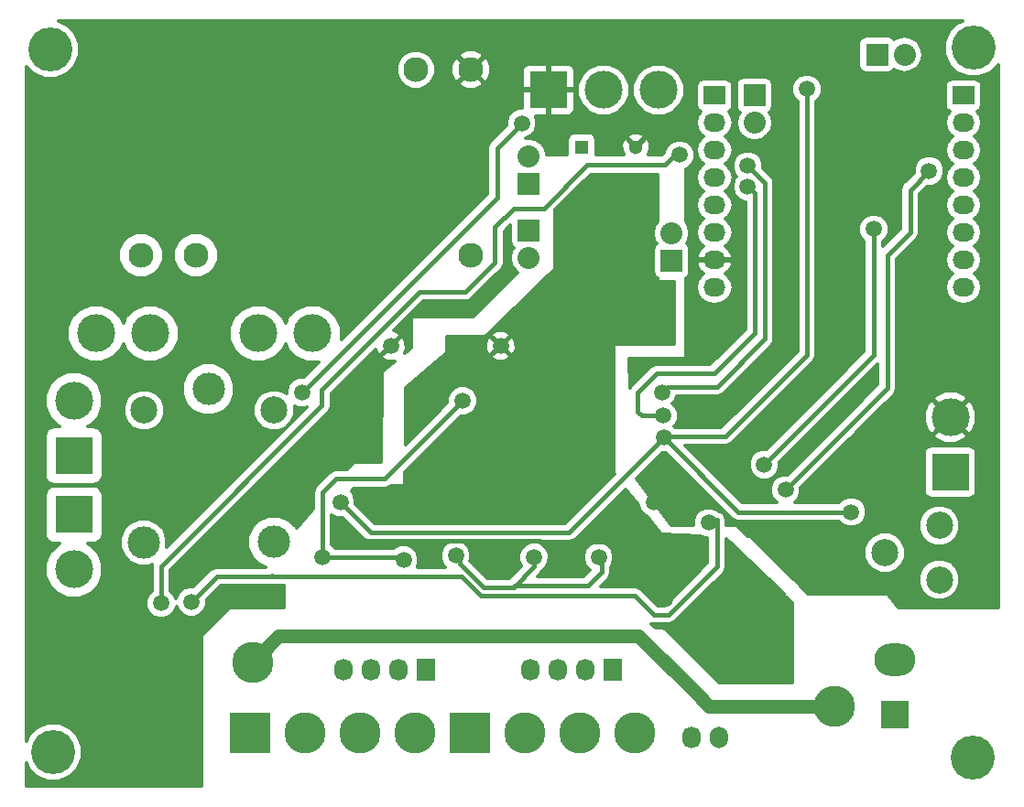
<source format=gbl>
G04 #@! TF.FileFunction,Copper,L2,Bot,Signal*
%FSLAX46Y46*%
G04 Gerber Fmt 4.6, Leading zero omitted, Abs format (unit mm)*
G04 Created by KiCad (PCBNEW 4.0.2+dfsg1-stable) date wto, 5 mar 2019, 11:31:51*
%MOMM*%
G01*
G04 APERTURE LIST*
%ADD10C,0.100000*%
%ADD11R,3.500000X3.500000*%
%ADD12C,3.500000*%
%ADD13O,2.032000X1.727200*%
%ADD14R,2.032000X1.727200*%
%ADD15C,2.300000*%
%ADD16O,1.700000X2.000000*%
%ADD17O,1.720000X2.032000*%
%ADD18C,1.500000*%
%ADD19R,2.032000X2.032000*%
%ADD20O,2.032000X2.032000*%
%ADD21R,2.540000X2.540000*%
%ADD22O,3.800000X3.000000*%
%ADD23C,3.810000*%
%ADD24R,3.810000X3.810000*%
%ADD25C,2.500000*%
%ADD26C,3.000000*%
%ADD27C,2.499360*%
%ADD28R,1.727200X2.032000*%
%ADD29O,1.727200X2.032000*%
%ADD30C,4.064000*%
%ADD31R,1.300000X1.300000*%
%ADD32C,1.300000*%
%ADD33C,3.800000*%
%ADD34C,0.406400*%
%ADD35C,0.381000*%
%ADD36C,1.300000*%
%ADD37C,0.350000*%
G04 APERTURE END LIST*
D10*
D11*
X48450500Y-6540500D03*
D12*
X53530500Y-6540500D03*
X58610500Y-6540500D03*
D13*
X63811000Y-24844500D03*
X63811000Y-22304500D03*
X63811000Y-19764500D03*
X63811000Y-17224500D03*
X63811000Y-14684500D03*
X63811000Y-12144500D03*
X63811000Y-9604500D03*
D14*
X63811000Y-7064500D03*
X86811000Y-7064500D03*
D13*
X86811000Y-9604500D03*
X86811000Y-12144500D03*
X86811000Y-14684500D03*
X86811000Y-17224500D03*
X86811000Y-19764500D03*
X86811000Y-22304500D03*
X86811000Y-24844500D03*
D15*
X41275000Y-21844000D03*
X10795000Y-21844000D03*
X15875000Y-21844000D03*
X41275000Y-4664000D03*
X36195000Y-4664000D03*
D16*
X64250000Y-66500000D03*
D17*
X61710000Y-66500000D03*
D11*
X4572000Y-40386000D03*
D12*
X4572000Y-35306000D03*
D11*
X4572000Y-45847000D03*
D12*
X4572000Y-50927000D03*
X21638260Y-29083000D03*
X26636980Y-29083000D03*
X11635740Y-29083000D03*
X6637020Y-29083000D03*
D18*
X33860740Y-30226000D03*
X44020740Y-30226000D03*
D19*
X67500500Y-7048500D03*
D20*
X67500500Y-9588500D03*
D21*
X80500000Y-64340000D03*
D22*
X80500000Y-59260000D03*
D23*
X46228000Y-66040000D03*
X51308000Y-66040000D03*
D24*
X41148000Y-66040000D03*
D23*
X56388000Y-66040000D03*
D11*
X85598000Y-41910000D03*
D12*
X85598000Y-36830000D03*
D19*
X78820000Y-3270000D03*
D20*
X81360000Y-3270000D03*
D25*
X23068000Y-36176500D03*
D26*
X23068000Y-48376500D03*
X11018000Y-48426500D03*
D25*
X11068000Y-36176500D03*
D26*
X17018000Y-34226500D03*
D27*
X79542640Y-49362360D03*
X84582000Y-51861720D03*
X84582000Y-46863000D03*
D19*
X46620000Y-15220000D03*
D20*
X46620000Y-12680000D03*
D19*
X59817000Y-22352000D03*
D20*
X59817000Y-19812000D03*
D19*
X46620000Y-19570000D03*
D20*
X46620000Y-22110000D03*
D23*
X25908000Y-66040000D03*
X30988000Y-66040000D03*
D24*
X20828000Y-66040000D03*
D23*
X36068000Y-66040000D03*
D28*
X54356000Y-60198000D03*
D29*
X51816000Y-60198000D03*
X49276000Y-60198000D03*
X46736000Y-60198000D03*
D28*
X37084000Y-60198000D03*
D29*
X34544000Y-60198000D03*
X32004000Y-60198000D03*
X29464000Y-60198000D03*
D30*
X87630000Y-68326000D03*
X2667000Y-67818000D03*
X2413000Y-2794000D03*
X87757000Y-2667000D03*
D31*
X51520000Y-11820000D03*
D32*
X56520000Y-11820000D03*
D18*
X79920000Y-45495000D03*
X74420000Y-25270000D03*
X72820000Y-33970000D03*
X58170000Y-44720000D03*
X25654000Y-34544000D03*
X45974000Y-9652000D03*
X78520000Y-19420000D03*
X68389500Y-41211500D03*
X60706000Y-56388000D03*
X36830000Y-41910000D03*
X59182000Y-53721000D03*
X49022000Y-50165000D03*
X42545000Y-49911000D03*
X29718000Y-47498000D03*
X72326500Y-6477000D03*
X29210000Y-44704000D03*
X59118500Y-38735000D03*
X76431500Y-45600000D03*
X40513000Y-35306000D03*
X53086000Y-49784000D03*
X47117000Y-49784000D03*
X39878000Y-49657000D03*
X27559000Y-49784000D03*
X35052000Y-50038000D03*
X12636500Y-54038500D03*
X60579000Y-12573000D03*
X83629500Y-14033500D03*
X15430500Y-53911500D03*
X63246000Y-46609000D03*
X70358000Y-43561000D03*
X66865500Y-15494000D03*
X59055000Y-36703000D03*
X58928000Y-34544000D03*
X66865500Y-13589000D03*
D33*
X21100000Y-59500000D03*
X74900000Y-63600000D03*
D34*
X66827000Y-47727000D02*
X76813000Y-47727000D01*
X76813000Y-47727000D02*
X78620000Y-45920000D01*
X79920000Y-45495000D02*
X78995000Y-45495000D01*
X78995000Y-45495000D02*
X78620000Y-45870000D01*
X78620000Y-45870000D02*
X78620000Y-45920000D01*
D35*
X74420000Y-25270000D02*
X73970000Y-25720000D01*
X73970000Y-25720000D02*
X73970000Y-32820000D01*
X73970000Y-32820000D02*
X72820000Y-33970000D01*
X58170000Y-44720000D02*
X58520000Y-44370000D01*
X58520000Y-44370000D02*
X63470000Y-44370000D01*
X63470000Y-44370000D02*
X66827000Y-47727000D01*
X85302800Y-36534800D02*
X85598000Y-36830000D01*
D34*
X25654000Y-34544000D02*
X43688000Y-16510000D01*
X43688000Y-11938000D02*
X45974000Y-9652000D01*
X43688000Y-16510000D02*
X43688000Y-11938000D01*
D35*
X78520000Y-19420000D02*
X78486000Y-19420000D01*
X78486000Y-19420000D02*
X78520000Y-19420000D01*
X78520000Y-19420000D02*
X78486000Y-19420000D01*
X78486000Y-31115000D02*
X78486000Y-19420000D01*
X68389500Y-41211500D02*
X78486000Y-31115000D01*
X45889600Y-12680000D02*
X46620000Y-12680000D01*
X49022000Y-50165000D02*
X49022000Y-49911000D01*
X59182000Y-52705000D02*
X59182000Y-53721000D01*
X54864000Y-48387000D02*
X59182000Y-52705000D01*
X50546000Y-48387000D02*
X54864000Y-48387000D01*
X49022000Y-49911000D02*
X50546000Y-48387000D01*
X47625000Y-48260000D02*
X40894000Y-48260000D01*
X48895000Y-49530000D02*
X47625000Y-48260000D01*
X48895000Y-50038000D02*
X48895000Y-49530000D01*
X49022000Y-50165000D02*
X48895000Y-50038000D01*
X42545000Y-49911000D02*
X40894000Y-48260000D01*
X40894000Y-48260000D02*
X30480000Y-48260000D01*
X30480000Y-48260000D02*
X29718000Y-47498000D01*
X72326500Y-31051500D02*
X72326500Y-6477000D01*
X64770000Y-38608000D02*
X72326500Y-31051500D01*
X59245500Y-38608000D02*
X64770000Y-38608000D01*
X59118500Y-38735000D02*
X59245500Y-38608000D01*
X76431500Y-45600000D02*
X65983500Y-45600000D01*
X65983500Y-45600000D02*
X59118500Y-38735000D01*
X29210000Y-44704000D02*
X32004000Y-47498000D01*
X32004000Y-47498000D02*
X50355500Y-47498000D01*
X50355500Y-47498000D02*
X59118500Y-38735000D01*
D34*
X28829000Y-42545000D02*
X27559000Y-43815000D01*
X33274000Y-42545000D02*
X28829000Y-42545000D01*
X40513000Y-35306000D02*
X33274000Y-42545000D01*
D35*
X27559000Y-49784000D02*
X27559000Y-43815000D01*
X45339000Y-52451000D02*
X45212000Y-52578000D01*
X52070000Y-52451000D02*
X45339000Y-52451000D01*
X53340000Y-51181000D02*
X52070000Y-52451000D01*
X53340000Y-50038000D02*
X53340000Y-51181000D01*
X53086000Y-49784000D02*
X53340000Y-50038000D01*
X47117000Y-50673000D02*
X47117000Y-49784000D01*
X45212000Y-52578000D02*
X47117000Y-50673000D01*
X42418000Y-52578000D02*
X45212000Y-52578000D01*
X40259000Y-50419000D02*
X42418000Y-52578000D01*
X40259000Y-50038000D02*
X40259000Y-50419000D01*
X39878000Y-49657000D02*
X40259000Y-50038000D01*
X34798000Y-49784000D02*
X27559000Y-49784000D01*
X35052000Y-50038000D02*
X34798000Y-49784000D01*
X60579000Y-12573000D02*
X60177000Y-12573000D01*
X12636500Y-50613500D02*
X12636500Y-54038500D01*
X27500000Y-35750000D02*
X12636500Y-50613500D01*
X27500000Y-34250000D02*
X27500000Y-35750000D01*
X36500000Y-25250000D02*
X27500000Y-34250000D01*
X40750000Y-25250000D02*
X36500000Y-25250000D01*
X43500000Y-22500000D02*
X40750000Y-25250000D01*
X43500000Y-19250000D02*
X43500000Y-22500000D01*
X45250000Y-17500000D02*
X43500000Y-19250000D01*
X48000000Y-17500000D02*
X45250000Y-17500000D01*
X52000000Y-13500000D02*
X48000000Y-17500000D01*
X59250000Y-13500000D02*
X52000000Y-13500000D01*
X60177000Y-12573000D02*
X59250000Y-13500000D01*
X79756000Y-24420000D02*
X79756000Y-21834000D01*
X81870000Y-19720000D02*
X81870000Y-15793000D01*
X79756000Y-21834000D02*
X81870000Y-19720000D01*
X83629500Y-14033500D02*
X81870000Y-15793000D01*
X79756000Y-24420000D02*
X79756000Y-34163000D01*
X79756000Y-34163000D02*
X70358000Y-43561000D01*
X22923500Y-51498500D02*
X22923500Y-51562000D01*
X22860000Y-51562000D02*
X22923500Y-51498500D01*
X17780000Y-51562000D02*
X22860000Y-51562000D01*
X15430500Y-53911500D02*
X17780000Y-51562000D01*
X25273000Y-51562000D02*
X22923500Y-51562000D01*
X25273000Y-51562000D02*
X40386000Y-51562000D01*
X40386000Y-51562000D02*
X42164000Y-53340000D01*
X42164000Y-53340000D02*
X56388000Y-53340000D01*
X56388000Y-53340000D02*
X58166000Y-55118000D01*
X58166000Y-55118000D02*
X59563000Y-55118000D01*
X59563000Y-55118000D02*
X64008000Y-50673000D01*
X64008000Y-50673000D02*
X64008000Y-46355000D01*
X64008000Y-46355000D02*
X63754000Y-46609000D01*
X63754000Y-46609000D02*
X63246000Y-46609000D01*
X70358000Y-43561000D02*
X71247000Y-42672000D01*
X67500500Y-16129000D02*
X67500500Y-20510500D01*
X66865500Y-15494000D02*
X67500500Y-16129000D01*
X57086500Y-36703000D02*
X59055000Y-36703000D01*
X56705500Y-36322000D02*
X57086500Y-36703000D01*
X56705500Y-34544000D02*
X56705500Y-36322000D01*
X58483500Y-32766000D02*
X56705500Y-34544000D01*
X63754000Y-32766000D02*
X58483500Y-32766000D01*
X67500500Y-29019500D02*
X63754000Y-32766000D01*
X67500500Y-20510500D02*
X67500500Y-29019500D01*
X58928000Y-34544000D02*
X59436000Y-34036000D01*
X59436000Y-34036000D02*
X64008000Y-34036000D01*
X64008000Y-34036000D02*
X68453000Y-29591000D01*
X68453000Y-29591000D02*
X68453000Y-15176500D01*
X68453000Y-15176500D02*
X66865500Y-13589000D01*
X11505600Y-36679600D02*
X10986000Y-36160000D01*
D36*
X62050000Y-62350000D02*
X63300000Y-63600000D01*
X63300000Y-63600000D02*
X74900000Y-63600000D01*
X23500000Y-57100000D02*
X21100000Y-59500000D01*
X56800000Y-57100000D02*
X23500000Y-57100000D01*
X62050000Y-62350000D02*
X56800000Y-57100000D01*
D37*
G36*
X86225611Y-370779D02*
X85463455Y-1131606D01*
X85050471Y-2126182D01*
X85049531Y-3203093D01*
X85460779Y-4198389D01*
X86221606Y-4960545D01*
X87216182Y-5373529D01*
X88293093Y-5374469D01*
X89288389Y-4963221D01*
X89995000Y-4257842D01*
X89995000Y-54434815D01*
X80787625Y-54425092D01*
X79896053Y-53235071D01*
X79844196Y-53188849D01*
X79756000Y-53165000D01*
X72462488Y-53165000D01*
X71540371Y-52242883D01*
X82656986Y-52242883D01*
X82949384Y-52950539D01*
X83490333Y-53492433D01*
X84197478Y-53786065D01*
X84963163Y-53786734D01*
X85670819Y-53494336D01*
X86212713Y-52953387D01*
X86506345Y-52246242D01*
X86507014Y-51480557D01*
X86214616Y-50772901D01*
X85673667Y-50231007D01*
X84966522Y-49937375D01*
X84200837Y-49936706D01*
X83493181Y-50229104D01*
X82951287Y-50770053D01*
X82657655Y-51477198D01*
X82656986Y-52242883D01*
X71540371Y-52242883D01*
X69041011Y-49743523D01*
X77617626Y-49743523D01*
X77910024Y-50451179D01*
X78450973Y-50993073D01*
X79158118Y-51286705D01*
X79923803Y-51287374D01*
X80631459Y-50994976D01*
X81173353Y-50454027D01*
X81466985Y-49746882D01*
X81467654Y-48981197D01*
X81175256Y-48273541D01*
X80634307Y-47731647D01*
X79927162Y-47438015D01*
X79161477Y-47437346D01*
X78453821Y-47729744D01*
X77911927Y-48270693D01*
X77618295Y-48977838D01*
X77617626Y-49743523D01*
X69041011Y-49743523D01*
X66541651Y-47244163D01*
X82656986Y-47244163D01*
X82949384Y-47951819D01*
X83490333Y-48493713D01*
X84197478Y-48787345D01*
X84963163Y-48788014D01*
X85670819Y-48495616D01*
X86212713Y-47954667D01*
X86506345Y-47247522D01*
X86507014Y-46481837D01*
X86214616Y-45774181D01*
X85673667Y-45232287D01*
X84966522Y-44938655D01*
X84200837Y-44937986D01*
X83493181Y-45230384D01*
X82951287Y-45771333D01*
X82657655Y-46478478D01*
X82656986Y-47244163D01*
X66541651Y-47244163D01*
X66163744Y-46866256D01*
X66105851Y-46827862D01*
X66040000Y-46815000D01*
X64873500Y-46815000D01*
X64873500Y-46355000D01*
X64807618Y-46023787D01*
X64620001Y-45742999D01*
X64339213Y-45555382D01*
X64175136Y-45522745D01*
X64054251Y-45401649D01*
X63530693Y-45184248D01*
X62963794Y-45183754D01*
X62439857Y-45400240D01*
X62038649Y-45800749D01*
X61821248Y-46324307D01*
X61820820Y-46815000D01*
X59777500Y-46815000D01*
X56556787Y-42520715D01*
X58917677Y-40159825D01*
X59319673Y-40160175D01*
X65371499Y-46212001D01*
X65652287Y-46399618D01*
X65983500Y-46465500D01*
X75281994Y-46465500D01*
X75623249Y-46807351D01*
X76146807Y-47024752D01*
X76713706Y-47025246D01*
X77237643Y-46808760D01*
X77638851Y-46408251D01*
X77856252Y-45884693D01*
X77856746Y-45317794D01*
X77640260Y-44793857D01*
X77239751Y-44392649D01*
X76716193Y-44175248D01*
X76149294Y-44174754D01*
X75625357Y-44391240D01*
X75281498Y-44734500D01*
X71199465Y-44734500D01*
X71565351Y-44369251D01*
X71782752Y-43845693D01*
X71783175Y-43359827D01*
X74983002Y-40160000D01*
X83159776Y-40160000D01*
X83159776Y-43660000D01*
X83206843Y-43910140D01*
X83354676Y-44139879D01*
X83580242Y-44294002D01*
X83848000Y-44348224D01*
X87348000Y-44348224D01*
X87598140Y-44301157D01*
X87827879Y-44153324D01*
X87982002Y-43927758D01*
X88036224Y-43660000D01*
X88036224Y-40160000D01*
X87989157Y-39909860D01*
X87841324Y-39680121D01*
X87615758Y-39525998D01*
X87348000Y-39471776D01*
X83848000Y-39471776D01*
X83597860Y-39518843D01*
X83368121Y-39666676D01*
X83213998Y-39892242D01*
X83159776Y-40160000D01*
X74983002Y-40160000D01*
X76624739Y-38518263D01*
X84021460Y-38518263D01*
X84204553Y-38882317D01*
X85096011Y-39259343D01*
X86063891Y-39266523D01*
X86960845Y-38902765D01*
X86991447Y-38882317D01*
X87174540Y-38518263D01*
X85598000Y-36941723D01*
X84021460Y-38518263D01*
X76624739Y-38518263D01*
X77847111Y-37295891D01*
X83161477Y-37295891D01*
X83525235Y-38192845D01*
X83545683Y-38223447D01*
X83909737Y-38406540D01*
X85486277Y-36830000D01*
X85709723Y-36830000D01*
X87286263Y-38406540D01*
X87650317Y-38223447D01*
X88027343Y-37331989D01*
X88034523Y-36364109D01*
X87670765Y-35467155D01*
X87650317Y-35436553D01*
X87286263Y-35253460D01*
X85709723Y-36830000D01*
X85486277Y-36830000D01*
X83909737Y-35253460D01*
X83545683Y-35436553D01*
X83168657Y-36328011D01*
X83161477Y-37295891D01*
X77847111Y-37295891D01*
X80001265Y-35141737D01*
X84021460Y-35141737D01*
X85598000Y-36718277D01*
X87174540Y-35141737D01*
X86991447Y-34777683D01*
X86099989Y-34400657D01*
X85132109Y-34393477D01*
X84235155Y-34757235D01*
X84204553Y-34777683D01*
X84021460Y-35141737D01*
X80001265Y-35141737D01*
X80368001Y-34775001D01*
X80379872Y-34757235D01*
X80555618Y-34494213D01*
X80621500Y-34163000D01*
X80621500Y-22192502D01*
X82482001Y-20332001D01*
X82669618Y-20051213D01*
X82735500Y-19720000D01*
X82735500Y-16151502D01*
X83428677Y-15458325D01*
X83911706Y-15458746D01*
X84435643Y-15242260D01*
X84836851Y-14841751D01*
X85054252Y-14318193D01*
X85054746Y-13751294D01*
X84838260Y-13227357D01*
X84437751Y-12826149D01*
X83914193Y-12608748D01*
X83347294Y-12608254D01*
X82823357Y-12824740D01*
X82422149Y-13225249D01*
X82204748Y-13748807D01*
X82204325Y-14234673D01*
X81257999Y-15180999D01*
X81070382Y-15461787D01*
X81004500Y-15793000D01*
X81004500Y-19361498D01*
X79351500Y-21014498D01*
X79351500Y-20603447D01*
X79727351Y-20228251D01*
X79944752Y-19704693D01*
X79945246Y-19137794D01*
X79728760Y-18613857D01*
X79328251Y-18212649D01*
X78804693Y-17995248D01*
X78237794Y-17994754D01*
X77713857Y-18211240D01*
X77312649Y-18611749D01*
X77095248Y-19135307D01*
X77094754Y-19702206D01*
X77311240Y-20226143D01*
X77620500Y-20535943D01*
X77620500Y-30756498D01*
X68590323Y-39786675D01*
X68107294Y-39786254D01*
X67583357Y-40002740D01*
X67182149Y-40403249D01*
X66964748Y-40926807D01*
X66964254Y-41493706D01*
X67180740Y-42017643D01*
X67581249Y-42418851D01*
X68104807Y-42636252D01*
X68671706Y-42636746D01*
X69195643Y-42420260D01*
X69596851Y-42019751D01*
X69814252Y-41496193D01*
X69814675Y-41010327D01*
X78890500Y-31934502D01*
X78890500Y-33804498D01*
X70558823Y-42136175D01*
X70075794Y-42135754D01*
X69551857Y-42352240D01*
X69150649Y-42752749D01*
X68933248Y-43276307D01*
X68932754Y-43843206D01*
X69149240Y-44367143D01*
X69515957Y-44734500D01*
X66342002Y-44734500D01*
X61081002Y-39473500D01*
X64770000Y-39473500D01*
X65101213Y-39407618D01*
X65382001Y-39220001D01*
X72938501Y-31663501D01*
X73079327Y-31452740D01*
X73126118Y-31382713D01*
X73192000Y-31051500D01*
X73192000Y-9604500D01*
X85086871Y-9604500D01*
X85203990Y-10193297D01*
X85537517Y-10692454D01*
X85809967Y-10874500D01*
X85537517Y-11056546D01*
X85203990Y-11555703D01*
X85086871Y-12144500D01*
X85203990Y-12733297D01*
X85537517Y-13232454D01*
X85809967Y-13414500D01*
X85537517Y-13596546D01*
X85203990Y-14095703D01*
X85086871Y-14684500D01*
X85203990Y-15273297D01*
X85537517Y-15772454D01*
X85809967Y-15954500D01*
X85537517Y-16136546D01*
X85203990Y-16635703D01*
X85086871Y-17224500D01*
X85203990Y-17813297D01*
X85537517Y-18312454D01*
X85809967Y-18494500D01*
X85537517Y-18676546D01*
X85203990Y-19175703D01*
X85086871Y-19764500D01*
X85203990Y-20353297D01*
X85537517Y-20852454D01*
X85809967Y-21034500D01*
X85537517Y-21216546D01*
X85203990Y-21715703D01*
X85086871Y-22304500D01*
X85203990Y-22893297D01*
X85537517Y-23392454D01*
X85809967Y-23574500D01*
X85537517Y-23756546D01*
X85203990Y-24255703D01*
X85086871Y-24844500D01*
X85203990Y-25433297D01*
X85537517Y-25932454D01*
X86036674Y-26265981D01*
X86625471Y-26383100D01*
X86996529Y-26383100D01*
X87585326Y-26265981D01*
X88084483Y-25932454D01*
X88418010Y-25433297D01*
X88535129Y-24844500D01*
X88418010Y-24255703D01*
X88084483Y-23756546D01*
X87812033Y-23574500D01*
X88084483Y-23392454D01*
X88418010Y-22893297D01*
X88535129Y-22304500D01*
X88418010Y-21715703D01*
X88084483Y-21216546D01*
X87812033Y-21034500D01*
X88084483Y-20852454D01*
X88418010Y-20353297D01*
X88535129Y-19764500D01*
X88418010Y-19175703D01*
X88084483Y-18676546D01*
X87812033Y-18494500D01*
X88084483Y-18312454D01*
X88418010Y-17813297D01*
X88535129Y-17224500D01*
X88418010Y-16635703D01*
X88084483Y-16136546D01*
X87812033Y-15954500D01*
X88084483Y-15772454D01*
X88418010Y-15273297D01*
X88535129Y-14684500D01*
X88418010Y-14095703D01*
X88084483Y-13596546D01*
X87812033Y-13414500D01*
X88084483Y-13232454D01*
X88418010Y-12733297D01*
X88535129Y-12144500D01*
X88418010Y-11555703D01*
X88084483Y-11056546D01*
X87812033Y-10874500D01*
X88084483Y-10692454D01*
X88418010Y-10193297D01*
X88535129Y-9604500D01*
X88418010Y-9015703D01*
X88106905Y-8550103D01*
X88306879Y-8421424D01*
X88461002Y-8195858D01*
X88515224Y-7928100D01*
X88515224Y-6200900D01*
X88468157Y-5950760D01*
X88320324Y-5721021D01*
X88094758Y-5566898D01*
X87827000Y-5512676D01*
X85795000Y-5512676D01*
X85544860Y-5559743D01*
X85315121Y-5707576D01*
X85160998Y-5933142D01*
X85106776Y-6200900D01*
X85106776Y-7928100D01*
X85153843Y-8178240D01*
X85301676Y-8407979D01*
X85513398Y-8552643D01*
X85203990Y-9015703D01*
X85086871Y-9604500D01*
X73192000Y-9604500D01*
X73192000Y-7626506D01*
X73533851Y-7285251D01*
X73751252Y-6761693D01*
X73751746Y-6194794D01*
X73535260Y-5670857D01*
X73134751Y-5269649D01*
X72611193Y-5052248D01*
X72044294Y-5051754D01*
X71520357Y-5268240D01*
X71119149Y-5668749D01*
X70901748Y-6192307D01*
X70901254Y-6759206D01*
X71117740Y-7283143D01*
X71461000Y-7627002D01*
X71461000Y-30692998D01*
X64411498Y-37742500D01*
X60141228Y-37742500D01*
X60086059Y-37687235D01*
X60262351Y-37511251D01*
X60479752Y-36987693D01*
X60480246Y-36420794D01*
X60263760Y-35896857D01*
X59927365Y-35559875D01*
X60135351Y-35352251D01*
X60322520Y-34901500D01*
X64008000Y-34901500D01*
X64339213Y-34835618D01*
X64620001Y-34648001D01*
X69065001Y-30203001D01*
X69252618Y-29922213D01*
X69318500Y-29591000D01*
X69318500Y-15176500D01*
X69252618Y-14845287D01*
X69065001Y-14564499D01*
X68290325Y-13789823D01*
X68290746Y-13306794D01*
X68074260Y-12782857D01*
X67673751Y-12381649D01*
X67150193Y-12164248D01*
X66583294Y-12163754D01*
X66059357Y-12380240D01*
X65658149Y-12780749D01*
X65440748Y-13304307D01*
X65440254Y-13871206D01*
X65656740Y-14395143D01*
X65802746Y-14541404D01*
X65658149Y-14685749D01*
X65440748Y-15209307D01*
X65440254Y-15776206D01*
X65656740Y-16300143D01*
X66057249Y-16701351D01*
X66580807Y-16918752D01*
X66635000Y-16918799D01*
X66635000Y-28660998D01*
X63395498Y-31900500D01*
X58483500Y-31900500D01*
X58152287Y-31966382D01*
X57871499Y-32153999D01*
X56093499Y-33931999D01*
X55960154Y-34131564D01*
X55927147Y-31425000D01*
X61000000Y-31425000D01*
X61068085Y-31411212D01*
X61125441Y-31372022D01*
X61163032Y-31313605D01*
X61174999Y-31249480D01*
X61155979Y-24844500D01*
X62086871Y-24844500D01*
X62203990Y-25433297D01*
X62537517Y-25932454D01*
X63036674Y-26265981D01*
X63625471Y-26383100D01*
X63996529Y-26383100D01*
X64585326Y-26265981D01*
X65084483Y-25932454D01*
X65418010Y-25433297D01*
X65535129Y-24844500D01*
X65418010Y-24255703D01*
X65084483Y-23756546D01*
X64813901Y-23575748D01*
X65172993Y-23274048D01*
X65451948Y-22737354D01*
X65476606Y-22624153D01*
X65336980Y-22383500D01*
X63890000Y-22383500D01*
X63890000Y-22403500D01*
X63732000Y-22403500D01*
X63732000Y-22383500D01*
X62285020Y-22383500D01*
X62145394Y-22624153D01*
X62170052Y-22737354D01*
X62449007Y-23274048D01*
X62808099Y-23575748D01*
X62537517Y-23756546D01*
X62203990Y-24255703D01*
X62086871Y-24844500D01*
X61155979Y-24844500D01*
X61153364Y-23963969D01*
X61312879Y-23861324D01*
X61467002Y-23635758D01*
X61521224Y-23368000D01*
X61521224Y-21336000D01*
X61474157Y-21085860D01*
X61326324Y-20856121D01*
X61203305Y-20772065D01*
X61412409Y-20459118D01*
X61541129Y-19812000D01*
X61412409Y-19164882D01*
X61137893Y-18754039D01*
X61135000Y-17779817D01*
X61135000Y-13885117D01*
X61385143Y-13781760D01*
X61786351Y-13381251D01*
X62003752Y-12857693D01*
X62004246Y-12290794D01*
X61787760Y-11766857D01*
X61387251Y-11365649D01*
X60863693Y-11148248D01*
X60296794Y-11147754D01*
X59772857Y-11364240D01*
X59371649Y-11764749D01*
X59154248Y-12288307D01*
X59154175Y-12371823D01*
X59000998Y-12525000D01*
X57675343Y-12525000D01*
X57857770Y-12059926D01*
X57847753Y-11529721D01*
X57664123Y-11086395D01*
X57414303Y-11037419D01*
X56631723Y-11820000D01*
X56645865Y-11834142D01*
X56534142Y-11945865D01*
X56520000Y-11931723D01*
X56505858Y-11945865D01*
X56394135Y-11834142D01*
X56408277Y-11820000D01*
X55625697Y-11037419D01*
X55375877Y-11086395D01*
X55182230Y-11580074D01*
X55192247Y-12110279D01*
X55364029Y-12525000D01*
X52847086Y-12525000D01*
X52858224Y-12470000D01*
X52858224Y-11170000D01*
X52812256Y-10925697D01*
X55737419Y-10925697D01*
X56520000Y-11708277D01*
X57302581Y-10925697D01*
X57253605Y-10675877D01*
X56759926Y-10482230D01*
X56229721Y-10492247D01*
X55786395Y-10675877D01*
X55737419Y-10925697D01*
X52812256Y-10925697D01*
X52811157Y-10919860D01*
X52663324Y-10690121D01*
X52437758Y-10535998D01*
X52170000Y-10481776D01*
X50870000Y-10481776D01*
X50619860Y-10528843D01*
X50390121Y-10676676D01*
X50235998Y-10902242D01*
X50181776Y-11170000D01*
X50181776Y-12470000D01*
X50192125Y-12525000D01*
X48313298Y-12525000D01*
X48215409Y-12032882D01*
X47848847Y-11484282D01*
X47300247Y-11117720D01*
X46653129Y-10989000D01*
X46586871Y-10989000D01*
X46361081Y-11033912D01*
X46780143Y-10860760D01*
X47181351Y-10460251D01*
X47398752Y-9936693D01*
X47399041Y-9604500D01*
X62086871Y-9604500D01*
X62203990Y-10193297D01*
X62537517Y-10692454D01*
X62809967Y-10874500D01*
X62537517Y-11056546D01*
X62203990Y-11555703D01*
X62086871Y-12144500D01*
X62203990Y-12733297D01*
X62537517Y-13232454D01*
X62809967Y-13414500D01*
X62537517Y-13596546D01*
X62203990Y-14095703D01*
X62086871Y-14684500D01*
X62203990Y-15273297D01*
X62537517Y-15772454D01*
X62809967Y-15954500D01*
X62537517Y-16136546D01*
X62203990Y-16635703D01*
X62086871Y-17224500D01*
X62203990Y-17813297D01*
X62537517Y-18312454D01*
X62809967Y-18494500D01*
X62537517Y-18676546D01*
X62203990Y-19175703D01*
X62086871Y-19764500D01*
X62203990Y-20353297D01*
X62537517Y-20852454D01*
X62808099Y-21033252D01*
X62449007Y-21334952D01*
X62170052Y-21871646D01*
X62145394Y-21984847D01*
X62285020Y-22225500D01*
X63732000Y-22225500D01*
X63732000Y-22205500D01*
X63890000Y-22205500D01*
X63890000Y-22225500D01*
X65336980Y-22225500D01*
X65476606Y-21984847D01*
X65451948Y-21871646D01*
X65172993Y-21334952D01*
X64813901Y-21033252D01*
X65084483Y-20852454D01*
X65418010Y-20353297D01*
X65535129Y-19764500D01*
X65418010Y-19175703D01*
X65084483Y-18676546D01*
X64812033Y-18494500D01*
X65084483Y-18312454D01*
X65418010Y-17813297D01*
X65535129Y-17224500D01*
X65418010Y-16635703D01*
X65084483Y-16136546D01*
X64812033Y-15954500D01*
X65084483Y-15772454D01*
X65418010Y-15273297D01*
X65535129Y-14684500D01*
X65418010Y-14095703D01*
X65084483Y-13596546D01*
X64812033Y-13414500D01*
X65084483Y-13232454D01*
X65418010Y-12733297D01*
X65535129Y-12144500D01*
X65418010Y-11555703D01*
X65084483Y-11056546D01*
X64812033Y-10874500D01*
X65084483Y-10692454D01*
X65418010Y-10193297D01*
X65535129Y-9604500D01*
X65531947Y-9588500D01*
X65776371Y-9588500D01*
X65905091Y-10235618D01*
X66271653Y-10784218D01*
X66820253Y-11150780D01*
X67467371Y-11279500D01*
X67533629Y-11279500D01*
X68180747Y-11150780D01*
X68729347Y-10784218D01*
X69095909Y-10235618D01*
X69224629Y-9588500D01*
X69095909Y-8941382D01*
X68886757Y-8628364D01*
X68996379Y-8557824D01*
X69150502Y-8332258D01*
X69204724Y-8064500D01*
X69204724Y-6032500D01*
X69157657Y-5782360D01*
X69009824Y-5552621D01*
X68784258Y-5398498D01*
X68516500Y-5344276D01*
X66484500Y-5344276D01*
X66234360Y-5391343D01*
X66004621Y-5539176D01*
X65850498Y-5764742D01*
X65796276Y-6032500D01*
X65796276Y-8064500D01*
X65843343Y-8314640D01*
X65991176Y-8544379D01*
X66114195Y-8628435D01*
X65905091Y-8941382D01*
X65776371Y-9588500D01*
X65531947Y-9588500D01*
X65418010Y-9015703D01*
X65106905Y-8550103D01*
X65306879Y-8421424D01*
X65461002Y-8195858D01*
X65515224Y-7928100D01*
X65515224Y-6200900D01*
X65468157Y-5950760D01*
X65320324Y-5721021D01*
X65094758Y-5566898D01*
X64827000Y-5512676D01*
X62795000Y-5512676D01*
X62544860Y-5559743D01*
X62315121Y-5707576D01*
X62160998Y-5933142D01*
X62106776Y-6200900D01*
X62106776Y-7928100D01*
X62153843Y-8178240D01*
X62301676Y-8407979D01*
X62513398Y-8552643D01*
X62203990Y-9015703D01*
X62086871Y-9604500D01*
X47399041Y-9604500D01*
X47399246Y-9369794D01*
X47235501Y-8973500D01*
X48200750Y-8973500D01*
X48371500Y-8802750D01*
X48371500Y-6619500D01*
X48529500Y-6619500D01*
X48529500Y-8802750D01*
X48700250Y-8973500D01*
X50336357Y-8973500D01*
X50587388Y-8869519D01*
X50779519Y-8677389D01*
X50883500Y-8426357D01*
X50883500Y-7020746D01*
X51105080Y-7020746D01*
X51473486Y-7912358D01*
X52155054Y-8595117D01*
X53046021Y-8965079D01*
X54010746Y-8965920D01*
X54902358Y-8597514D01*
X55585117Y-7915946D01*
X55955079Y-7024979D01*
X55955082Y-7020746D01*
X56185080Y-7020746D01*
X56553486Y-7912358D01*
X57235054Y-8595117D01*
X58126021Y-8965079D01*
X59090746Y-8965920D01*
X59982358Y-8597514D01*
X60665117Y-7915946D01*
X61035079Y-7024979D01*
X61035920Y-6060254D01*
X60667514Y-5168642D01*
X59985946Y-4485883D01*
X59094979Y-4115921D01*
X58130254Y-4115080D01*
X57238642Y-4483486D01*
X56555883Y-5165054D01*
X56185921Y-6056021D01*
X56185080Y-7020746D01*
X55955082Y-7020746D01*
X55955920Y-6060254D01*
X55587514Y-5168642D01*
X54905946Y-4485883D01*
X54014979Y-4115921D01*
X53050254Y-4115080D01*
X52158642Y-4483486D01*
X51475883Y-5165054D01*
X51105921Y-6056021D01*
X51105080Y-7020746D01*
X50883500Y-7020746D01*
X50883500Y-6790250D01*
X50712750Y-6619500D01*
X48529500Y-6619500D01*
X48371500Y-6619500D01*
X46188250Y-6619500D01*
X46017500Y-6790250D01*
X46017500Y-8227038D01*
X45691794Y-8226754D01*
X45167857Y-8443240D01*
X44766649Y-8843749D01*
X44549248Y-9367307D01*
X44548840Y-9835198D01*
X43067019Y-11317019D01*
X42876649Y-11601927D01*
X42809800Y-11938000D01*
X42809800Y-16146238D01*
X29314491Y-29641547D01*
X29323512Y-29619822D01*
X29324445Y-28550868D01*
X28916236Y-27562925D01*
X28161030Y-26806401D01*
X27173802Y-26396468D01*
X26104848Y-26395535D01*
X25116905Y-26803744D01*
X24360381Y-27558950D01*
X24137578Y-28095518D01*
X23917516Y-27562925D01*
X23162310Y-26806401D01*
X22175082Y-26396468D01*
X21106128Y-26395535D01*
X20118185Y-26803744D01*
X19361661Y-27558950D01*
X18951728Y-28546178D01*
X18950795Y-29615132D01*
X19359004Y-30603075D01*
X20114210Y-31359599D01*
X21101438Y-31769532D01*
X22170392Y-31770465D01*
X23158335Y-31362256D01*
X23914859Y-30607050D01*
X24137662Y-30070482D01*
X24357724Y-30603075D01*
X25112930Y-31359599D01*
X26100158Y-31769532D01*
X27169112Y-31770465D01*
X27197164Y-31758874D01*
X25836879Y-33119159D01*
X25371794Y-33118754D01*
X24847857Y-33335240D01*
X24446649Y-33735749D01*
X24229248Y-34259307D01*
X24228938Y-34614726D01*
X24159849Y-34545516D01*
X23452586Y-34251835D01*
X22686774Y-34251167D01*
X21979000Y-34543613D01*
X21437016Y-35084651D01*
X21143335Y-35791914D01*
X21142667Y-36557726D01*
X21435113Y-37265500D01*
X21976151Y-37807484D01*
X22683414Y-38101165D01*
X23449226Y-38101833D01*
X24157000Y-37809387D01*
X24698984Y-37268349D01*
X24992665Y-36561086D01*
X24993318Y-35812627D01*
X25369307Y-35968752D01*
X25936206Y-35969246D01*
X26141632Y-35884366D01*
X13192646Y-48833352D01*
X13193377Y-47995764D01*
X12862951Y-47196071D01*
X12251647Y-46583700D01*
X11452532Y-46251878D01*
X10587264Y-46251123D01*
X9787571Y-46581549D01*
X9175200Y-47192853D01*
X8843378Y-47991968D01*
X8842623Y-48857236D01*
X9173049Y-49656929D01*
X9784353Y-50269300D01*
X10583468Y-50601122D01*
X11448736Y-50601877D01*
X11802377Y-50455756D01*
X11771000Y-50613500D01*
X11771000Y-52888994D01*
X11429149Y-53230249D01*
X11211748Y-53753807D01*
X11211254Y-54320706D01*
X11427740Y-54844643D01*
X11828249Y-55245851D01*
X12351807Y-55463252D01*
X12918706Y-55463746D01*
X13442643Y-55247260D01*
X13843851Y-54846751D01*
X14060001Y-54326205D01*
X14221740Y-54717643D01*
X14622249Y-55118851D01*
X15145807Y-55336252D01*
X15712706Y-55336746D01*
X16236643Y-55120260D01*
X16637851Y-54719751D01*
X16855252Y-54196193D01*
X16855675Y-53710327D01*
X18138502Y-52427500D01*
X22860000Y-52427500D01*
X22891750Y-52421185D01*
X22923500Y-52427500D01*
X23962143Y-52427500D01*
X23955572Y-54435000D01*
X19050000Y-54435000D01*
X18981915Y-54448788D01*
X18926256Y-54486256D01*
X16386256Y-57026256D01*
X16347862Y-57084149D01*
X16335000Y-57150000D01*
X16335000Y-70945000D01*
X175000Y-70945000D01*
X175000Y-68875568D01*
X370779Y-69349389D01*
X1131606Y-70111545D01*
X2126182Y-70524529D01*
X3203093Y-70525469D01*
X4198389Y-70114221D01*
X4960545Y-69353394D01*
X5373529Y-68358818D01*
X5374469Y-67281907D01*
X4963221Y-66286611D01*
X4202394Y-65524455D01*
X3207818Y-65111471D01*
X2130907Y-65110531D01*
X1135611Y-65521779D01*
X373455Y-66282606D01*
X175000Y-66760539D01*
X175000Y-44097000D01*
X1866644Y-44097000D01*
X1866644Y-47597000D01*
X1931980Y-47944231D01*
X2137193Y-48263142D01*
X2450313Y-48477087D01*
X2822000Y-48552356D01*
X3282782Y-48552356D01*
X3051925Y-48647744D01*
X2295401Y-49402950D01*
X1885468Y-50390178D01*
X1884535Y-51459132D01*
X2292744Y-52447075D01*
X3047950Y-53203599D01*
X4035178Y-53613532D01*
X5104132Y-53614465D01*
X6092075Y-53206256D01*
X6848599Y-52451050D01*
X7258532Y-51463822D01*
X7259465Y-50394868D01*
X6851256Y-49406925D01*
X6096050Y-48650401D01*
X5859931Y-48552356D01*
X6322000Y-48552356D01*
X6669231Y-48487020D01*
X6988142Y-48281807D01*
X7202087Y-47968687D01*
X7277356Y-47597000D01*
X7277356Y-44097000D01*
X7212020Y-43749769D01*
X7006807Y-43430858D01*
X6693687Y-43216913D01*
X6322000Y-43141644D01*
X2822000Y-43141644D01*
X2474769Y-43206980D01*
X2155858Y-43412193D01*
X1941913Y-43725313D01*
X1866644Y-44097000D01*
X175000Y-44097000D01*
X175000Y-38636000D01*
X1866644Y-38636000D01*
X1866644Y-42136000D01*
X1931980Y-42483231D01*
X2137193Y-42802142D01*
X2450313Y-43016087D01*
X2822000Y-43091356D01*
X6322000Y-43091356D01*
X6669231Y-43026020D01*
X6988142Y-42820807D01*
X7202087Y-42507687D01*
X7277356Y-42136000D01*
X7277356Y-38636000D01*
X7212020Y-38288769D01*
X7006807Y-37969858D01*
X6693687Y-37755913D01*
X6322000Y-37680644D01*
X5861218Y-37680644D01*
X6092075Y-37585256D01*
X6848599Y-36830050D01*
X6961677Y-36557726D01*
X9142667Y-36557726D01*
X9435113Y-37265500D01*
X9976151Y-37807484D01*
X10683414Y-38101165D01*
X11449226Y-38101833D01*
X12157000Y-37809387D01*
X12698984Y-37268349D01*
X12992665Y-36561086D01*
X12993333Y-35795274D01*
X12700887Y-35087500D01*
X12323171Y-34709123D01*
X14580578Y-34709123D01*
X14950807Y-35605146D01*
X15635748Y-36291284D01*
X16531124Y-36663076D01*
X17500623Y-36663922D01*
X18396646Y-36293693D01*
X19082784Y-35608752D01*
X19454576Y-34713376D01*
X19455422Y-33743877D01*
X19085193Y-32847854D01*
X18400252Y-32161716D01*
X17504876Y-31789924D01*
X16535377Y-31789078D01*
X15639354Y-32159307D01*
X14953216Y-32844248D01*
X14581424Y-33739624D01*
X14580578Y-34709123D01*
X12323171Y-34709123D01*
X12159849Y-34545516D01*
X11452586Y-34251835D01*
X10686774Y-34251167D01*
X9979000Y-34543613D01*
X9437016Y-35084651D01*
X9143335Y-35791914D01*
X9142667Y-36557726D01*
X6961677Y-36557726D01*
X7258532Y-35842822D01*
X7259465Y-34773868D01*
X6851256Y-33785925D01*
X6096050Y-33029401D01*
X5108822Y-32619468D01*
X4039868Y-32618535D01*
X3051925Y-33026744D01*
X2295401Y-33781950D01*
X1885468Y-34769178D01*
X1884535Y-35838132D01*
X2292744Y-36826075D01*
X3047950Y-37582599D01*
X3284069Y-37680644D01*
X2822000Y-37680644D01*
X2474769Y-37745980D01*
X2155858Y-37951193D01*
X1941913Y-38264313D01*
X1866644Y-38636000D01*
X175000Y-38636000D01*
X175000Y-29615132D01*
X3949555Y-29615132D01*
X4357764Y-30603075D01*
X5112970Y-31359599D01*
X6100198Y-31769532D01*
X7169152Y-31770465D01*
X8157095Y-31362256D01*
X8913619Y-30607050D01*
X9136422Y-30070482D01*
X9356484Y-30603075D01*
X10111690Y-31359599D01*
X11098918Y-31769532D01*
X12167872Y-31770465D01*
X13155815Y-31362256D01*
X13912339Y-30607050D01*
X14322272Y-29619822D01*
X14323205Y-28550868D01*
X13914996Y-27562925D01*
X13159790Y-26806401D01*
X12172562Y-26396468D01*
X11103608Y-26395535D01*
X10115665Y-26803744D01*
X9359141Y-27558950D01*
X9136338Y-28095518D01*
X8916276Y-27562925D01*
X8161070Y-26806401D01*
X7173842Y-26396468D01*
X6104888Y-26395535D01*
X5116945Y-26803744D01*
X4360421Y-27558950D01*
X3950488Y-28546178D01*
X3949555Y-29615132D01*
X175000Y-29615132D01*
X175000Y-22257309D01*
X8707638Y-22257309D01*
X9024696Y-23024646D01*
X9611266Y-23612241D01*
X10378049Y-23930637D01*
X11208309Y-23931362D01*
X11975646Y-23614304D01*
X12563241Y-23027734D01*
X12881637Y-22260951D01*
X12881640Y-22257309D01*
X13787638Y-22257309D01*
X14104696Y-23024646D01*
X14691266Y-23612241D01*
X15458049Y-23930637D01*
X16288309Y-23931362D01*
X17055646Y-23614304D01*
X17643241Y-23027734D01*
X17961637Y-22260951D01*
X17962362Y-21430691D01*
X17645304Y-20663354D01*
X17058734Y-20075759D01*
X16291951Y-19757363D01*
X15461691Y-19756638D01*
X14694354Y-20073696D01*
X14106759Y-20660266D01*
X13788363Y-21427049D01*
X13787638Y-22257309D01*
X12881640Y-22257309D01*
X12882362Y-21430691D01*
X12565304Y-20663354D01*
X11978734Y-20075759D01*
X11211951Y-19757363D01*
X10381691Y-19756638D01*
X9614354Y-20073696D01*
X9026759Y-20660266D01*
X8708363Y-21427049D01*
X8707638Y-22257309D01*
X175000Y-22257309D01*
X175000Y-4383712D01*
X877606Y-5087545D01*
X1872182Y-5500529D01*
X2949093Y-5501469D01*
X3944389Y-5090221D01*
X4009301Y-5025422D01*
X34369684Y-5025422D01*
X34646938Y-5696429D01*
X35159871Y-6210258D01*
X35830392Y-6488683D01*
X36556422Y-6489316D01*
X37227429Y-6212062D01*
X37520660Y-5919342D01*
X40131381Y-5919342D01*
X40241375Y-6221065D01*
X40915918Y-6498091D01*
X41645128Y-6495894D01*
X42308625Y-6221065D01*
X42418619Y-5919342D01*
X41275000Y-4775723D01*
X40131381Y-5919342D01*
X37520660Y-5919342D01*
X37741258Y-5699129D01*
X38019683Y-5028608D01*
X38020313Y-4304918D01*
X39440909Y-4304918D01*
X39443106Y-5034128D01*
X39717935Y-5697625D01*
X40019658Y-5807619D01*
X41163277Y-4664000D01*
X41386723Y-4664000D01*
X42530342Y-5807619D01*
X42832065Y-5697625D01*
X43109091Y-5023082D01*
X43107981Y-4654643D01*
X46017500Y-4654643D01*
X46017500Y-6290750D01*
X46188250Y-6461500D01*
X48371500Y-6461500D01*
X48371500Y-4278250D01*
X48529500Y-4278250D01*
X48529500Y-6461500D01*
X50712750Y-6461500D01*
X50883500Y-6290750D01*
X50883500Y-4654643D01*
X50779519Y-4403611D01*
X50587388Y-4211481D01*
X50336357Y-4107500D01*
X48700250Y-4107500D01*
X48529500Y-4278250D01*
X48371500Y-4278250D01*
X48200750Y-4107500D01*
X46564643Y-4107500D01*
X46313612Y-4211481D01*
X46121481Y-4403611D01*
X46017500Y-4654643D01*
X43107981Y-4654643D01*
X43106894Y-4293872D01*
X42832065Y-3630375D01*
X42530342Y-3520381D01*
X41386723Y-4664000D01*
X41163277Y-4664000D01*
X40019658Y-3520381D01*
X39717935Y-3630375D01*
X39440909Y-4304918D01*
X38020313Y-4304918D01*
X38020316Y-4302578D01*
X37743062Y-3631571D01*
X37520538Y-3408658D01*
X40131381Y-3408658D01*
X41275000Y-4552277D01*
X42418619Y-3408658D01*
X42308625Y-3106935D01*
X41634082Y-2829909D01*
X40904872Y-2832106D01*
X40241375Y-3106935D01*
X40131381Y-3408658D01*
X37520538Y-3408658D01*
X37230129Y-3117742D01*
X36559608Y-2839317D01*
X35833578Y-2838684D01*
X35162571Y-3115938D01*
X34648742Y-3628871D01*
X34370317Y-4299392D01*
X34369684Y-5025422D01*
X4009301Y-5025422D01*
X4706545Y-4329394D01*
X5119529Y-3334818D01*
X5120469Y-2257907D01*
X5118855Y-2254000D01*
X77115776Y-2254000D01*
X77115776Y-4286000D01*
X77162843Y-4536140D01*
X77310676Y-4765879D01*
X77536242Y-4920002D01*
X77804000Y-4974224D01*
X79836000Y-4974224D01*
X80086140Y-4927157D01*
X80315879Y-4779324D01*
X80399935Y-4656305D01*
X80712882Y-4865409D01*
X81360000Y-4994129D01*
X82007118Y-4865409D01*
X82555718Y-4498847D01*
X82922280Y-3950247D01*
X83051000Y-3303129D01*
X83051000Y-3236871D01*
X82922280Y-2589753D01*
X82555718Y-2041153D01*
X82007118Y-1674591D01*
X81360000Y-1545871D01*
X80712882Y-1674591D01*
X80399864Y-1883743D01*
X80329324Y-1774121D01*
X80103758Y-1619998D01*
X79836000Y-1565776D01*
X77804000Y-1565776D01*
X77553860Y-1612843D01*
X77324121Y-1760676D01*
X77169998Y-1986242D01*
X77115776Y-2254000D01*
X5118855Y-2254000D01*
X4709221Y-1262611D01*
X3948394Y-500455D01*
X3164611Y-175000D01*
X86699432Y-175000D01*
X86225611Y-370779D01*
X86225611Y-370779D01*
G37*
X86225611Y-370779D02*
X85463455Y-1131606D01*
X85050471Y-2126182D01*
X85049531Y-3203093D01*
X85460779Y-4198389D01*
X86221606Y-4960545D01*
X87216182Y-5373529D01*
X88293093Y-5374469D01*
X89288389Y-4963221D01*
X89995000Y-4257842D01*
X89995000Y-54434815D01*
X80787625Y-54425092D01*
X79896053Y-53235071D01*
X79844196Y-53188849D01*
X79756000Y-53165000D01*
X72462488Y-53165000D01*
X71540371Y-52242883D01*
X82656986Y-52242883D01*
X82949384Y-52950539D01*
X83490333Y-53492433D01*
X84197478Y-53786065D01*
X84963163Y-53786734D01*
X85670819Y-53494336D01*
X86212713Y-52953387D01*
X86506345Y-52246242D01*
X86507014Y-51480557D01*
X86214616Y-50772901D01*
X85673667Y-50231007D01*
X84966522Y-49937375D01*
X84200837Y-49936706D01*
X83493181Y-50229104D01*
X82951287Y-50770053D01*
X82657655Y-51477198D01*
X82656986Y-52242883D01*
X71540371Y-52242883D01*
X69041011Y-49743523D01*
X77617626Y-49743523D01*
X77910024Y-50451179D01*
X78450973Y-50993073D01*
X79158118Y-51286705D01*
X79923803Y-51287374D01*
X80631459Y-50994976D01*
X81173353Y-50454027D01*
X81466985Y-49746882D01*
X81467654Y-48981197D01*
X81175256Y-48273541D01*
X80634307Y-47731647D01*
X79927162Y-47438015D01*
X79161477Y-47437346D01*
X78453821Y-47729744D01*
X77911927Y-48270693D01*
X77618295Y-48977838D01*
X77617626Y-49743523D01*
X69041011Y-49743523D01*
X66541651Y-47244163D01*
X82656986Y-47244163D01*
X82949384Y-47951819D01*
X83490333Y-48493713D01*
X84197478Y-48787345D01*
X84963163Y-48788014D01*
X85670819Y-48495616D01*
X86212713Y-47954667D01*
X86506345Y-47247522D01*
X86507014Y-46481837D01*
X86214616Y-45774181D01*
X85673667Y-45232287D01*
X84966522Y-44938655D01*
X84200837Y-44937986D01*
X83493181Y-45230384D01*
X82951287Y-45771333D01*
X82657655Y-46478478D01*
X82656986Y-47244163D01*
X66541651Y-47244163D01*
X66163744Y-46866256D01*
X66105851Y-46827862D01*
X66040000Y-46815000D01*
X64873500Y-46815000D01*
X64873500Y-46355000D01*
X64807618Y-46023787D01*
X64620001Y-45742999D01*
X64339213Y-45555382D01*
X64175136Y-45522745D01*
X64054251Y-45401649D01*
X63530693Y-45184248D01*
X62963794Y-45183754D01*
X62439857Y-45400240D01*
X62038649Y-45800749D01*
X61821248Y-46324307D01*
X61820820Y-46815000D01*
X59777500Y-46815000D01*
X56556787Y-42520715D01*
X58917677Y-40159825D01*
X59319673Y-40160175D01*
X65371499Y-46212001D01*
X65652287Y-46399618D01*
X65983500Y-46465500D01*
X75281994Y-46465500D01*
X75623249Y-46807351D01*
X76146807Y-47024752D01*
X76713706Y-47025246D01*
X77237643Y-46808760D01*
X77638851Y-46408251D01*
X77856252Y-45884693D01*
X77856746Y-45317794D01*
X77640260Y-44793857D01*
X77239751Y-44392649D01*
X76716193Y-44175248D01*
X76149294Y-44174754D01*
X75625357Y-44391240D01*
X75281498Y-44734500D01*
X71199465Y-44734500D01*
X71565351Y-44369251D01*
X71782752Y-43845693D01*
X71783175Y-43359827D01*
X74983002Y-40160000D01*
X83159776Y-40160000D01*
X83159776Y-43660000D01*
X83206843Y-43910140D01*
X83354676Y-44139879D01*
X83580242Y-44294002D01*
X83848000Y-44348224D01*
X87348000Y-44348224D01*
X87598140Y-44301157D01*
X87827879Y-44153324D01*
X87982002Y-43927758D01*
X88036224Y-43660000D01*
X88036224Y-40160000D01*
X87989157Y-39909860D01*
X87841324Y-39680121D01*
X87615758Y-39525998D01*
X87348000Y-39471776D01*
X83848000Y-39471776D01*
X83597860Y-39518843D01*
X83368121Y-39666676D01*
X83213998Y-39892242D01*
X83159776Y-40160000D01*
X74983002Y-40160000D01*
X76624739Y-38518263D01*
X84021460Y-38518263D01*
X84204553Y-38882317D01*
X85096011Y-39259343D01*
X86063891Y-39266523D01*
X86960845Y-38902765D01*
X86991447Y-38882317D01*
X87174540Y-38518263D01*
X85598000Y-36941723D01*
X84021460Y-38518263D01*
X76624739Y-38518263D01*
X77847111Y-37295891D01*
X83161477Y-37295891D01*
X83525235Y-38192845D01*
X83545683Y-38223447D01*
X83909737Y-38406540D01*
X85486277Y-36830000D01*
X85709723Y-36830000D01*
X87286263Y-38406540D01*
X87650317Y-38223447D01*
X88027343Y-37331989D01*
X88034523Y-36364109D01*
X87670765Y-35467155D01*
X87650317Y-35436553D01*
X87286263Y-35253460D01*
X85709723Y-36830000D01*
X85486277Y-36830000D01*
X83909737Y-35253460D01*
X83545683Y-35436553D01*
X83168657Y-36328011D01*
X83161477Y-37295891D01*
X77847111Y-37295891D01*
X80001265Y-35141737D01*
X84021460Y-35141737D01*
X85598000Y-36718277D01*
X87174540Y-35141737D01*
X86991447Y-34777683D01*
X86099989Y-34400657D01*
X85132109Y-34393477D01*
X84235155Y-34757235D01*
X84204553Y-34777683D01*
X84021460Y-35141737D01*
X80001265Y-35141737D01*
X80368001Y-34775001D01*
X80379872Y-34757235D01*
X80555618Y-34494213D01*
X80621500Y-34163000D01*
X80621500Y-22192502D01*
X82482001Y-20332001D01*
X82669618Y-20051213D01*
X82735500Y-19720000D01*
X82735500Y-16151502D01*
X83428677Y-15458325D01*
X83911706Y-15458746D01*
X84435643Y-15242260D01*
X84836851Y-14841751D01*
X85054252Y-14318193D01*
X85054746Y-13751294D01*
X84838260Y-13227357D01*
X84437751Y-12826149D01*
X83914193Y-12608748D01*
X83347294Y-12608254D01*
X82823357Y-12824740D01*
X82422149Y-13225249D01*
X82204748Y-13748807D01*
X82204325Y-14234673D01*
X81257999Y-15180999D01*
X81070382Y-15461787D01*
X81004500Y-15793000D01*
X81004500Y-19361498D01*
X79351500Y-21014498D01*
X79351500Y-20603447D01*
X79727351Y-20228251D01*
X79944752Y-19704693D01*
X79945246Y-19137794D01*
X79728760Y-18613857D01*
X79328251Y-18212649D01*
X78804693Y-17995248D01*
X78237794Y-17994754D01*
X77713857Y-18211240D01*
X77312649Y-18611749D01*
X77095248Y-19135307D01*
X77094754Y-19702206D01*
X77311240Y-20226143D01*
X77620500Y-20535943D01*
X77620500Y-30756498D01*
X68590323Y-39786675D01*
X68107294Y-39786254D01*
X67583357Y-40002740D01*
X67182149Y-40403249D01*
X66964748Y-40926807D01*
X66964254Y-41493706D01*
X67180740Y-42017643D01*
X67581249Y-42418851D01*
X68104807Y-42636252D01*
X68671706Y-42636746D01*
X69195643Y-42420260D01*
X69596851Y-42019751D01*
X69814252Y-41496193D01*
X69814675Y-41010327D01*
X78890500Y-31934502D01*
X78890500Y-33804498D01*
X70558823Y-42136175D01*
X70075794Y-42135754D01*
X69551857Y-42352240D01*
X69150649Y-42752749D01*
X68933248Y-43276307D01*
X68932754Y-43843206D01*
X69149240Y-44367143D01*
X69515957Y-44734500D01*
X66342002Y-44734500D01*
X61081002Y-39473500D01*
X64770000Y-39473500D01*
X65101213Y-39407618D01*
X65382001Y-39220001D01*
X72938501Y-31663501D01*
X73079327Y-31452740D01*
X73126118Y-31382713D01*
X73192000Y-31051500D01*
X73192000Y-9604500D01*
X85086871Y-9604500D01*
X85203990Y-10193297D01*
X85537517Y-10692454D01*
X85809967Y-10874500D01*
X85537517Y-11056546D01*
X85203990Y-11555703D01*
X85086871Y-12144500D01*
X85203990Y-12733297D01*
X85537517Y-13232454D01*
X85809967Y-13414500D01*
X85537517Y-13596546D01*
X85203990Y-14095703D01*
X85086871Y-14684500D01*
X85203990Y-15273297D01*
X85537517Y-15772454D01*
X85809967Y-15954500D01*
X85537517Y-16136546D01*
X85203990Y-16635703D01*
X85086871Y-17224500D01*
X85203990Y-17813297D01*
X85537517Y-18312454D01*
X85809967Y-18494500D01*
X85537517Y-18676546D01*
X85203990Y-19175703D01*
X85086871Y-19764500D01*
X85203990Y-20353297D01*
X85537517Y-20852454D01*
X85809967Y-21034500D01*
X85537517Y-21216546D01*
X85203990Y-21715703D01*
X85086871Y-22304500D01*
X85203990Y-22893297D01*
X85537517Y-23392454D01*
X85809967Y-23574500D01*
X85537517Y-23756546D01*
X85203990Y-24255703D01*
X85086871Y-24844500D01*
X85203990Y-25433297D01*
X85537517Y-25932454D01*
X86036674Y-26265981D01*
X86625471Y-26383100D01*
X86996529Y-26383100D01*
X87585326Y-26265981D01*
X88084483Y-25932454D01*
X88418010Y-25433297D01*
X88535129Y-24844500D01*
X88418010Y-24255703D01*
X88084483Y-23756546D01*
X87812033Y-23574500D01*
X88084483Y-23392454D01*
X88418010Y-22893297D01*
X88535129Y-22304500D01*
X88418010Y-21715703D01*
X88084483Y-21216546D01*
X87812033Y-21034500D01*
X88084483Y-20852454D01*
X88418010Y-20353297D01*
X88535129Y-19764500D01*
X88418010Y-19175703D01*
X88084483Y-18676546D01*
X87812033Y-18494500D01*
X88084483Y-18312454D01*
X88418010Y-17813297D01*
X88535129Y-17224500D01*
X88418010Y-16635703D01*
X88084483Y-16136546D01*
X87812033Y-15954500D01*
X88084483Y-15772454D01*
X88418010Y-15273297D01*
X88535129Y-14684500D01*
X88418010Y-14095703D01*
X88084483Y-13596546D01*
X87812033Y-13414500D01*
X88084483Y-13232454D01*
X88418010Y-12733297D01*
X88535129Y-12144500D01*
X88418010Y-11555703D01*
X88084483Y-11056546D01*
X87812033Y-10874500D01*
X88084483Y-10692454D01*
X88418010Y-10193297D01*
X88535129Y-9604500D01*
X88418010Y-9015703D01*
X88106905Y-8550103D01*
X88306879Y-8421424D01*
X88461002Y-8195858D01*
X88515224Y-7928100D01*
X88515224Y-6200900D01*
X88468157Y-5950760D01*
X88320324Y-5721021D01*
X88094758Y-5566898D01*
X87827000Y-5512676D01*
X85795000Y-5512676D01*
X85544860Y-5559743D01*
X85315121Y-5707576D01*
X85160998Y-5933142D01*
X85106776Y-6200900D01*
X85106776Y-7928100D01*
X85153843Y-8178240D01*
X85301676Y-8407979D01*
X85513398Y-8552643D01*
X85203990Y-9015703D01*
X85086871Y-9604500D01*
X73192000Y-9604500D01*
X73192000Y-7626506D01*
X73533851Y-7285251D01*
X73751252Y-6761693D01*
X73751746Y-6194794D01*
X73535260Y-5670857D01*
X73134751Y-5269649D01*
X72611193Y-5052248D01*
X72044294Y-5051754D01*
X71520357Y-5268240D01*
X71119149Y-5668749D01*
X70901748Y-6192307D01*
X70901254Y-6759206D01*
X71117740Y-7283143D01*
X71461000Y-7627002D01*
X71461000Y-30692998D01*
X64411498Y-37742500D01*
X60141228Y-37742500D01*
X60086059Y-37687235D01*
X60262351Y-37511251D01*
X60479752Y-36987693D01*
X60480246Y-36420794D01*
X60263760Y-35896857D01*
X59927365Y-35559875D01*
X60135351Y-35352251D01*
X60322520Y-34901500D01*
X64008000Y-34901500D01*
X64339213Y-34835618D01*
X64620001Y-34648001D01*
X69065001Y-30203001D01*
X69252618Y-29922213D01*
X69318500Y-29591000D01*
X69318500Y-15176500D01*
X69252618Y-14845287D01*
X69065001Y-14564499D01*
X68290325Y-13789823D01*
X68290746Y-13306794D01*
X68074260Y-12782857D01*
X67673751Y-12381649D01*
X67150193Y-12164248D01*
X66583294Y-12163754D01*
X66059357Y-12380240D01*
X65658149Y-12780749D01*
X65440748Y-13304307D01*
X65440254Y-13871206D01*
X65656740Y-14395143D01*
X65802746Y-14541404D01*
X65658149Y-14685749D01*
X65440748Y-15209307D01*
X65440254Y-15776206D01*
X65656740Y-16300143D01*
X66057249Y-16701351D01*
X66580807Y-16918752D01*
X66635000Y-16918799D01*
X66635000Y-28660998D01*
X63395498Y-31900500D01*
X58483500Y-31900500D01*
X58152287Y-31966382D01*
X57871499Y-32153999D01*
X56093499Y-33931999D01*
X55960154Y-34131564D01*
X55927147Y-31425000D01*
X61000000Y-31425000D01*
X61068085Y-31411212D01*
X61125441Y-31372022D01*
X61163032Y-31313605D01*
X61174999Y-31249480D01*
X61155979Y-24844500D01*
X62086871Y-24844500D01*
X62203990Y-25433297D01*
X62537517Y-25932454D01*
X63036674Y-26265981D01*
X63625471Y-26383100D01*
X63996529Y-26383100D01*
X64585326Y-26265981D01*
X65084483Y-25932454D01*
X65418010Y-25433297D01*
X65535129Y-24844500D01*
X65418010Y-24255703D01*
X65084483Y-23756546D01*
X64813901Y-23575748D01*
X65172993Y-23274048D01*
X65451948Y-22737354D01*
X65476606Y-22624153D01*
X65336980Y-22383500D01*
X63890000Y-22383500D01*
X63890000Y-22403500D01*
X63732000Y-22403500D01*
X63732000Y-22383500D01*
X62285020Y-22383500D01*
X62145394Y-22624153D01*
X62170052Y-22737354D01*
X62449007Y-23274048D01*
X62808099Y-23575748D01*
X62537517Y-23756546D01*
X62203990Y-24255703D01*
X62086871Y-24844500D01*
X61155979Y-24844500D01*
X61153364Y-23963969D01*
X61312879Y-23861324D01*
X61467002Y-23635758D01*
X61521224Y-23368000D01*
X61521224Y-21336000D01*
X61474157Y-21085860D01*
X61326324Y-20856121D01*
X61203305Y-20772065D01*
X61412409Y-20459118D01*
X61541129Y-19812000D01*
X61412409Y-19164882D01*
X61137893Y-18754039D01*
X61135000Y-17779817D01*
X61135000Y-13885117D01*
X61385143Y-13781760D01*
X61786351Y-13381251D01*
X62003752Y-12857693D01*
X62004246Y-12290794D01*
X61787760Y-11766857D01*
X61387251Y-11365649D01*
X60863693Y-11148248D01*
X60296794Y-11147754D01*
X59772857Y-11364240D01*
X59371649Y-11764749D01*
X59154248Y-12288307D01*
X59154175Y-12371823D01*
X59000998Y-12525000D01*
X57675343Y-12525000D01*
X57857770Y-12059926D01*
X57847753Y-11529721D01*
X57664123Y-11086395D01*
X57414303Y-11037419D01*
X56631723Y-11820000D01*
X56645865Y-11834142D01*
X56534142Y-11945865D01*
X56520000Y-11931723D01*
X56505858Y-11945865D01*
X56394135Y-11834142D01*
X56408277Y-11820000D01*
X55625697Y-11037419D01*
X55375877Y-11086395D01*
X55182230Y-11580074D01*
X55192247Y-12110279D01*
X55364029Y-12525000D01*
X52847086Y-12525000D01*
X52858224Y-12470000D01*
X52858224Y-11170000D01*
X52812256Y-10925697D01*
X55737419Y-10925697D01*
X56520000Y-11708277D01*
X57302581Y-10925697D01*
X57253605Y-10675877D01*
X56759926Y-10482230D01*
X56229721Y-10492247D01*
X55786395Y-10675877D01*
X55737419Y-10925697D01*
X52812256Y-10925697D01*
X52811157Y-10919860D01*
X52663324Y-10690121D01*
X52437758Y-10535998D01*
X52170000Y-10481776D01*
X50870000Y-10481776D01*
X50619860Y-10528843D01*
X50390121Y-10676676D01*
X50235998Y-10902242D01*
X50181776Y-11170000D01*
X50181776Y-12470000D01*
X50192125Y-12525000D01*
X48313298Y-12525000D01*
X48215409Y-12032882D01*
X47848847Y-11484282D01*
X47300247Y-11117720D01*
X46653129Y-10989000D01*
X46586871Y-10989000D01*
X46361081Y-11033912D01*
X46780143Y-10860760D01*
X47181351Y-10460251D01*
X47398752Y-9936693D01*
X47399041Y-9604500D01*
X62086871Y-9604500D01*
X62203990Y-10193297D01*
X62537517Y-10692454D01*
X62809967Y-10874500D01*
X62537517Y-11056546D01*
X62203990Y-11555703D01*
X62086871Y-12144500D01*
X62203990Y-12733297D01*
X62537517Y-13232454D01*
X62809967Y-13414500D01*
X62537517Y-13596546D01*
X62203990Y-14095703D01*
X62086871Y-14684500D01*
X62203990Y-15273297D01*
X62537517Y-15772454D01*
X62809967Y-15954500D01*
X62537517Y-16136546D01*
X62203990Y-16635703D01*
X62086871Y-17224500D01*
X62203990Y-17813297D01*
X62537517Y-18312454D01*
X62809967Y-18494500D01*
X62537517Y-18676546D01*
X62203990Y-19175703D01*
X62086871Y-19764500D01*
X62203990Y-20353297D01*
X62537517Y-20852454D01*
X62808099Y-21033252D01*
X62449007Y-21334952D01*
X62170052Y-21871646D01*
X62145394Y-21984847D01*
X62285020Y-22225500D01*
X63732000Y-22225500D01*
X63732000Y-22205500D01*
X63890000Y-22205500D01*
X63890000Y-22225500D01*
X65336980Y-22225500D01*
X65476606Y-21984847D01*
X65451948Y-21871646D01*
X65172993Y-21334952D01*
X64813901Y-21033252D01*
X65084483Y-20852454D01*
X65418010Y-20353297D01*
X65535129Y-19764500D01*
X65418010Y-19175703D01*
X65084483Y-18676546D01*
X64812033Y-18494500D01*
X65084483Y-18312454D01*
X65418010Y-17813297D01*
X65535129Y-17224500D01*
X65418010Y-16635703D01*
X65084483Y-16136546D01*
X64812033Y-15954500D01*
X65084483Y-15772454D01*
X65418010Y-15273297D01*
X65535129Y-14684500D01*
X65418010Y-14095703D01*
X65084483Y-13596546D01*
X64812033Y-13414500D01*
X65084483Y-13232454D01*
X65418010Y-12733297D01*
X65535129Y-12144500D01*
X65418010Y-11555703D01*
X65084483Y-11056546D01*
X64812033Y-10874500D01*
X65084483Y-10692454D01*
X65418010Y-10193297D01*
X65535129Y-9604500D01*
X65531947Y-9588500D01*
X65776371Y-9588500D01*
X65905091Y-10235618D01*
X66271653Y-10784218D01*
X66820253Y-11150780D01*
X67467371Y-11279500D01*
X67533629Y-11279500D01*
X68180747Y-11150780D01*
X68729347Y-10784218D01*
X69095909Y-10235618D01*
X69224629Y-9588500D01*
X69095909Y-8941382D01*
X68886757Y-8628364D01*
X68996379Y-8557824D01*
X69150502Y-8332258D01*
X69204724Y-8064500D01*
X69204724Y-6032500D01*
X69157657Y-5782360D01*
X69009824Y-5552621D01*
X68784258Y-5398498D01*
X68516500Y-5344276D01*
X66484500Y-5344276D01*
X66234360Y-5391343D01*
X66004621Y-5539176D01*
X65850498Y-5764742D01*
X65796276Y-6032500D01*
X65796276Y-8064500D01*
X65843343Y-8314640D01*
X65991176Y-8544379D01*
X66114195Y-8628435D01*
X65905091Y-8941382D01*
X65776371Y-9588500D01*
X65531947Y-9588500D01*
X65418010Y-9015703D01*
X65106905Y-8550103D01*
X65306879Y-8421424D01*
X65461002Y-8195858D01*
X65515224Y-7928100D01*
X65515224Y-6200900D01*
X65468157Y-5950760D01*
X65320324Y-5721021D01*
X65094758Y-5566898D01*
X64827000Y-5512676D01*
X62795000Y-5512676D01*
X62544860Y-5559743D01*
X62315121Y-5707576D01*
X62160998Y-5933142D01*
X62106776Y-6200900D01*
X62106776Y-7928100D01*
X62153843Y-8178240D01*
X62301676Y-8407979D01*
X62513398Y-8552643D01*
X62203990Y-9015703D01*
X62086871Y-9604500D01*
X47399041Y-9604500D01*
X47399246Y-9369794D01*
X47235501Y-8973500D01*
X48200750Y-8973500D01*
X48371500Y-8802750D01*
X48371500Y-6619500D01*
X48529500Y-6619500D01*
X48529500Y-8802750D01*
X48700250Y-8973500D01*
X50336357Y-8973500D01*
X50587388Y-8869519D01*
X50779519Y-8677389D01*
X50883500Y-8426357D01*
X50883500Y-7020746D01*
X51105080Y-7020746D01*
X51473486Y-7912358D01*
X52155054Y-8595117D01*
X53046021Y-8965079D01*
X54010746Y-8965920D01*
X54902358Y-8597514D01*
X55585117Y-7915946D01*
X55955079Y-7024979D01*
X55955082Y-7020746D01*
X56185080Y-7020746D01*
X56553486Y-7912358D01*
X57235054Y-8595117D01*
X58126021Y-8965079D01*
X59090746Y-8965920D01*
X59982358Y-8597514D01*
X60665117Y-7915946D01*
X61035079Y-7024979D01*
X61035920Y-6060254D01*
X60667514Y-5168642D01*
X59985946Y-4485883D01*
X59094979Y-4115921D01*
X58130254Y-4115080D01*
X57238642Y-4483486D01*
X56555883Y-5165054D01*
X56185921Y-6056021D01*
X56185080Y-7020746D01*
X55955082Y-7020746D01*
X55955920Y-6060254D01*
X55587514Y-5168642D01*
X54905946Y-4485883D01*
X54014979Y-4115921D01*
X53050254Y-4115080D01*
X52158642Y-4483486D01*
X51475883Y-5165054D01*
X51105921Y-6056021D01*
X51105080Y-7020746D01*
X50883500Y-7020746D01*
X50883500Y-6790250D01*
X50712750Y-6619500D01*
X48529500Y-6619500D01*
X48371500Y-6619500D01*
X46188250Y-6619500D01*
X46017500Y-6790250D01*
X46017500Y-8227038D01*
X45691794Y-8226754D01*
X45167857Y-8443240D01*
X44766649Y-8843749D01*
X44549248Y-9367307D01*
X44548840Y-9835198D01*
X43067019Y-11317019D01*
X42876649Y-11601927D01*
X42809800Y-11938000D01*
X42809800Y-16146238D01*
X29314491Y-29641547D01*
X29323512Y-29619822D01*
X29324445Y-28550868D01*
X28916236Y-27562925D01*
X28161030Y-26806401D01*
X27173802Y-26396468D01*
X26104848Y-26395535D01*
X25116905Y-26803744D01*
X24360381Y-27558950D01*
X24137578Y-28095518D01*
X23917516Y-27562925D01*
X23162310Y-26806401D01*
X22175082Y-26396468D01*
X21106128Y-26395535D01*
X20118185Y-26803744D01*
X19361661Y-27558950D01*
X18951728Y-28546178D01*
X18950795Y-29615132D01*
X19359004Y-30603075D01*
X20114210Y-31359599D01*
X21101438Y-31769532D01*
X22170392Y-31770465D01*
X23158335Y-31362256D01*
X23914859Y-30607050D01*
X24137662Y-30070482D01*
X24357724Y-30603075D01*
X25112930Y-31359599D01*
X26100158Y-31769532D01*
X27169112Y-31770465D01*
X27197164Y-31758874D01*
X25836879Y-33119159D01*
X25371794Y-33118754D01*
X24847857Y-33335240D01*
X24446649Y-33735749D01*
X24229248Y-34259307D01*
X24228938Y-34614726D01*
X24159849Y-34545516D01*
X23452586Y-34251835D01*
X22686774Y-34251167D01*
X21979000Y-34543613D01*
X21437016Y-35084651D01*
X21143335Y-35791914D01*
X21142667Y-36557726D01*
X21435113Y-37265500D01*
X21976151Y-37807484D01*
X22683414Y-38101165D01*
X23449226Y-38101833D01*
X24157000Y-37809387D01*
X24698984Y-37268349D01*
X24992665Y-36561086D01*
X24993318Y-35812627D01*
X25369307Y-35968752D01*
X25936206Y-35969246D01*
X26141632Y-35884366D01*
X13192646Y-48833352D01*
X13193377Y-47995764D01*
X12862951Y-47196071D01*
X12251647Y-46583700D01*
X11452532Y-46251878D01*
X10587264Y-46251123D01*
X9787571Y-46581549D01*
X9175200Y-47192853D01*
X8843378Y-47991968D01*
X8842623Y-48857236D01*
X9173049Y-49656929D01*
X9784353Y-50269300D01*
X10583468Y-50601122D01*
X11448736Y-50601877D01*
X11802377Y-50455756D01*
X11771000Y-50613500D01*
X11771000Y-52888994D01*
X11429149Y-53230249D01*
X11211748Y-53753807D01*
X11211254Y-54320706D01*
X11427740Y-54844643D01*
X11828249Y-55245851D01*
X12351807Y-55463252D01*
X12918706Y-55463746D01*
X13442643Y-55247260D01*
X13843851Y-54846751D01*
X14060001Y-54326205D01*
X14221740Y-54717643D01*
X14622249Y-55118851D01*
X15145807Y-55336252D01*
X15712706Y-55336746D01*
X16236643Y-55120260D01*
X16637851Y-54719751D01*
X16855252Y-54196193D01*
X16855675Y-53710327D01*
X18138502Y-52427500D01*
X22860000Y-52427500D01*
X22891750Y-52421185D01*
X22923500Y-52427500D01*
X23962143Y-52427500D01*
X23955572Y-54435000D01*
X19050000Y-54435000D01*
X18981915Y-54448788D01*
X18926256Y-54486256D01*
X16386256Y-57026256D01*
X16347862Y-57084149D01*
X16335000Y-57150000D01*
X16335000Y-70945000D01*
X175000Y-70945000D01*
X175000Y-68875568D01*
X370779Y-69349389D01*
X1131606Y-70111545D01*
X2126182Y-70524529D01*
X3203093Y-70525469D01*
X4198389Y-70114221D01*
X4960545Y-69353394D01*
X5373529Y-68358818D01*
X5374469Y-67281907D01*
X4963221Y-66286611D01*
X4202394Y-65524455D01*
X3207818Y-65111471D01*
X2130907Y-65110531D01*
X1135611Y-65521779D01*
X373455Y-66282606D01*
X175000Y-66760539D01*
X175000Y-44097000D01*
X1866644Y-44097000D01*
X1866644Y-47597000D01*
X1931980Y-47944231D01*
X2137193Y-48263142D01*
X2450313Y-48477087D01*
X2822000Y-48552356D01*
X3282782Y-48552356D01*
X3051925Y-48647744D01*
X2295401Y-49402950D01*
X1885468Y-50390178D01*
X1884535Y-51459132D01*
X2292744Y-52447075D01*
X3047950Y-53203599D01*
X4035178Y-53613532D01*
X5104132Y-53614465D01*
X6092075Y-53206256D01*
X6848599Y-52451050D01*
X7258532Y-51463822D01*
X7259465Y-50394868D01*
X6851256Y-49406925D01*
X6096050Y-48650401D01*
X5859931Y-48552356D01*
X6322000Y-48552356D01*
X6669231Y-48487020D01*
X6988142Y-48281807D01*
X7202087Y-47968687D01*
X7277356Y-47597000D01*
X7277356Y-44097000D01*
X7212020Y-43749769D01*
X7006807Y-43430858D01*
X6693687Y-43216913D01*
X6322000Y-43141644D01*
X2822000Y-43141644D01*
X2474769Y-43206980D01*
X2155858Y-43412193D01*
X1941913Y-43725313D01*
X1866644Y-44097000D01*
X175000Y-44097000D01*
X175000Y-38636000D01*
X1866644Y-38636000D01*
X1866644Y-42136000D01*
X1931980Y-42483231D01*
X2137193Y-42802142D01*
X2450313Y-43016087D01*
X2822000Y-43091356D01*
X6322000Y-43091356D01*
X6669231Y-43026020D01*
X6988142Y-42820807D01*
X7202087Y-42507687D01*
X7277356Y-42136000D01*
X7277356Y-38636000D01*
X7212020Y-38288769D01*
X7006807Y-37969858D01*
X6693687Y-37755913D01*
X6322000Y-37680644D01*
X5861218Y-37680644D01*
X6092075Y-37585256D01*
X6848599Y-36830050D01*
X6961677Y-36557726D01*
X9142667Y-36557726D01*
X9435113Y-37265500D01*
X9976151Y-37807484D01*
X10683414Y-38101165D01*
X11449226Y-38101833D01*
X12157000Y-37809387D01*
X12698984Y-37268349D01*
X12992665Y-36561086D01*
X12993333Y-35795274D01*
X12700887Y-35087500D01*
X12323171Y-34709123D01*
X14580578Y-34709123D01*
X14950807Y-35605146D01*
X15635748Y-36291284D01*
X16531124Y-36663076D01*
X17500623Y-36663922D01*
X18396646Y-36293693D01*
X19082784Y-35608752D01*
X19454576Y-34713376D01*
X19455422Y-33743877D01*
X19085193Y-32847854D01*
X18400252Y-32161716D01*
X17504876Y-31789924D01*
X16535377Y-31789078D01*
X15639354Y-32159307D01*
X14953216Y-32844248D01*
X14581424Y-33739624D01*
X14580578Y-34709123D01*
X12323171Y-34709123D01*
X12159849Y-34545516D01*
X11452586Y-34251835D01*
X10686774Y-34251167D01*
X9979000Y-34543613D01*
X9437016Y-35084651D01*
X9143335Y-35791914D01*
X9142667Y-36557726D01*
X6961677Y-36557726D01*
X7258532Y-35842822D01*
X7259465Y-34773868D01*
X6851256Y-33785925D01*
X6096050Y-33029401D01*
X5108822Y-32619468D01*
X4039868Y-32618535D01*
X3051925Y-33026744D01*
X2295401Y-33781950D01*
X1885468Y-34769178D01*
X1884535Y-35838132D01*
X2292744Y-36826075D01*
X3047950Y-37582599D01*
X3284069Y-37680644D01*
X2822000Y-37680644D01*
X2474769Y-37745980D01*
X2155858Y-37951193D01*
X1941913Y-38264313D01*
X1866644Y-38636000D01*
X175000Y-38636000D01*
X175000Y-29615132D01*
X3949555Y-29615132D01*
X4357764Y-30603075D01*
X5112970Y-31359599D01*
X6100198Y-31769532D01*
X7169152Y-31770465D01*
X8157095Y-31362256D01*
X8913619Y-30607050D01*
X9136422Y-30070482D01*
X9356484Y-30603075D01*
X10111690Y-31359599D01*
X11098918Y-31769532D01*
X12167872Y-31770465D01*
X13155815Y-31362256D01*
X13912339Y-30607050D01*
X14322272Y-29619822D01*
X14323205Y-28550868D01*
X13914996Y-27562925D01*
X13159790Y-26806401D01*
X12172562Y-26396468D01*
X11103608Y-26395535D01*
X10115665Y-26803744D01*
X9359141Y-27558950D01*
X9136338Y-28095518D01*
X8916276Y-27562925D01*
X8161070Y-26806401D01*
X7173842Y-26396468D01*
X6104888Y-26395535D01*
X5116945Y-26803744D01*
X4360421Y-27558950D01*
X3950488Y-28546178D01*
X3949555Y-29615132D01*
X175000Y-29615132D01*
X175000Y-22257309D01*
X8707638Y-22257309D01*
X9024696Y-23024646D01*
X9611266Y-23612241D01*
X10378049Y-23930637D01*
X11208309Y-23931362D01*
X11975646Y-23614304D01*
X12563241Y-23027734D01*
X12881637Y-22260951D01*
X12881640Y-22257309D01*
X13787638Y-22257309D01*
X14104696Y-23024646D01*
X14691266Y-23612241D01*
X15458049Y-23930637D01*
X16288309Y-23931362D01*
X17055646Y-23614304D01*
X17643241Y-23027734D01*
X17961637Y-22260951D01*
X17962362Y-21430691D01*
X17645304Y-20663354D01*
X17058734Y-20075759D01*
X16291951Y-19757363D01*
X15461691Y-19756638D01*
X14694354Y-20073696D01*
X14106759Y-20660266D01*
X13788363Y-21427049D01*
X13787638Y-22257309D01*
X12881640Y-22257309D01*
X12882362Y-21430691D01*
X12565304Y-20663354D01*
X11978734Y-20075759D01*
X11211951Y-19757363D01*
X10381691Y-19756638D01*
X9614354Y-20073696D01*
X9026759Y-20660266D01*
X8708363Y-21427049D01*
X8707638Y-22257309D01*
X175000Y-22257309D01*
X175000Y-4383712D01*
X877606Y-5087545D01*
X1872182Y-5500529D01*
X2949093Y-5501469D01*
X3944389Y-5090221D01*
X4009301Y-5025422D01*
X34369684Y-5025422D01*
X34646938Y-5696429D01*
X35159871Y-6210258D01*
X35830392Y-6488683D01*
X36556422Y-6489316D01*
X37227429Y-6212062D01*
X37520660Y-5919342D01*
X40131381Y-5919342D01*
X40241375Y-6221065D01*
X40915918Y-6498091D01*
X41645128Y-6495894D01*
X42308625Y-6221065D01*
X42418619Y-5919342D01*
X41275000Y-4775723D01*
X40131381Y-5919342D01*
X37520660Y-5919342D01*
X37741258Y-5699129D01*
X38019683Y-5028608D01*
X38020313Y-4304918D01*
X39440909Y-4304918D01*
X39443106Y-5034128D01*
X39717935Y-5697625D01*
X40019658Y-5807619D01*
X41163277Y-4664000D01*
X41386723Y-4664000D01*
X42530342Y-5807619D01*
X42832065Y-5697625D01*
X43109091Y-5023082D01*
X43107981Y-4654643D01*
X46017500Y-4654643D01*
X46017500Y-6290750D01*
X46188250Y-6461500D01*
X48371500Y-6461500D01*
X48371500Y-4278250D01*
X48529500Y-4278250D01*
X48529500Y-6461500D01*
X50712750Y-6461500D01*
X50883500Y-6290750D01*
X50883500Y-4654643D01*
X50779519Y-4403611D01*
X50587388Y-4211481D01*
X50336357Y-4107500D01*
X48700250Y-4107500D01*
X48529500Y-4278250D01*
X48371500Y-4278250D01*
X48200750Y-4107500D01*
X46564643Y-4107500D01*
X46313612Y-4211481D01*
X46121481Y-4403611D01*
X46017500Y-4654643D01*
X43107981Y-4654643D01*
X43106894Y-4293872D01*
X42832065Y-3630375D01*
X42530342Y-3520381D01*
X41386723Y-4664000D01*
X41163277Y-4664000D01*
X40019658Y-3520381D01*
X39717935Y-3630375D01*
X39440909Y-4304918D01*
X38020313Y-4304918D01*
X38020316Y-4302578D01*
X37743062Y-3631571D01*
X37520538Y-3408658D01*
X40131381Y-3408658D01*
X41275000Y-4552277D01*
X42418619Y-3408658D01*
X42308625Y-3106935D01*
X41634082Y-2829909D01*
X40904872Y-2832106D01*
X40241375Y-3106935D01*
X40131381Y-3408658D01*
X37520538Y-3408658D01*
X37230129Y-3117742D01*
X36559608Y-2839317D01*
X35833578Y-2838684D01*
X35162571Y-3115938D01*
X34648742Y-3628871D01*
X34370317Y-4299392D01*
X34369684Y-5025422D01*
X4009301Y-5025422D01*
X4706545Y-4329394D01*
X5119529Y-3334818D01*
X5120469Y-2257907D01*
X5118855Y-2254000D01*
X77115776Y-2254000D01*
X77115776Y-4286000D01*
X77162843Y-4536140D01*
X77310676Y-4765879D01*
X77536242Y-4920002D01*
X77804000Y-4974224D01*
X79836000Y-4974224D01*
X80086140Y-4927157D01*
X80315879Y-4779324D01*
X80399935Y-4656305D01*
X80712882Y-4865409D01*
X81360000Y-4994129D01*
X82007118Y-4865409D01*
X82555718Y-4498847D01*
X82922280Y-3950247D01*
X83051000Y-3303129D01*
X83051000Y-3236871D01*
X82922280Y-2589753D01*
X82555718Y-2041153D01*
X82007118Y-1674591D01*
X81360000Y-1545871D01*
X80712882Y-1674591D01*
X80399864Y-1883743D01*
X80329324Y-1774121D01*
X80103758Y-1619998D01*
X79836000Y-1565776D01*
X77804000Y-1565776D01*
X77553860Y-1612843D01*
X77324121Y-1760676D01*
X77169998Y-1986242D01*
X77115776Y-2254000D01*
X5118855Y-2254000D01*
X4709221Y-1262611D01*
X3948394Y-500455D01*
X3164611Y-175000D01*
X86699432Y-175000D01*
X86225611Y-370779D01*
G36*
X44915776Y-20586000D02*
X44962843Y-20836140D01*
X45110676Y-21065879D01*
X45233695Y-21149935D01*
X45024591Y-21462882D01*
X44895871Y-22110000D01*
X45024591Y-22757118D01*
X45391153Y-23305718D01*
X45579744Y-23431730D01*
X41527001Y-27525000D01*
X35950000Y-27525000D01*
X35881915Y-27538788D01*
X35824559Y-27577978D01*
X35786968Y-27636395D01*
X35775000Y-27700000D01*
X35775000Y-30366855D01*
X35141794Y-30882800D01*
X35297809Y-30489765D01*
X35289357Y-29919744D01*
X35087480Y-29432370D01*
X34827286Y-29371176D01*
X33972463Y-30226000D01*
X33986605Y-30240142D01*
X33874882Y-30351865D01*
X33860740Y-30337723D01*
X33005916Y-31192546D01*
X33067110Y-31452740D01*
X33596975Y-31663069D01*
X34166996Y-31654617D01*
X34223070Y-31631390D01*
X33139457Y-32514334D01*
X33095385Y-32568030D01*
X33075027Y-32646912D01*
X32928061Y-40975000D01*
X30550000Y-40975000D01*
X30481915Y-40988788D01*
X30418021Y-41035080D01*
X29867952Y-41666800D01*
X28829000Y-41666800D01*
X28492927Y-41733649D01*
X28285299Y-41872382D01*
X28208019Y-41924019D01*
X26938019Y-43194019D01*
X26747649Y-43478928D01*
X26680800Y-43815000D01*
X26693500Y-43878847D01*
X26693500Y-45312460D01*
X25164399Y-47068537D01*
X25135193Y-46997854D01*
X24450252Y-46311716D01*
X23554876Y-45939924D01*
X22585377Y-45939078D01*
X21689354Y-46309307D01*
X21003216Y-46994248D01*
X20631424Y-47889624D01*
X20630578Y-48859123D01*
X21000807Y-49755146D01*
X21685748Y-50441284D01*
X22300377Y-50696500D01*
X17780000Y-50696500D01*
X17448787Y-50762382D01*
X17237590Y-50903500D01*
X17167999Y-50949999D01*
X15631323Y-52486675D01*
X15148294Y-52486254D01*
X14624357Y-52702740D01*
X14223149Y-53103249D01*
X14006999Y-53623795D01*
X13845260Y-53232357D01*
X13502000Y-52888498D01*
X13502000Y-50972002D01*
X28112001Y-36362001D01*
X28299618Y-36081213D01*
X28365500Y-35750000D01*
X28365500Y-34608502D01*
X32434942Y-30539060D01*
X32634000Y-31019630D01*
X32894194Y-31080824D01*
X33749017Y-30226000D01*
X33734875Y-30211858D01*
X33846598Y-30100135D01*
X33860740Y-30114277D01*
X34715564Y-29259454D01*
X34654370Y-28999260D01*
X34167861Y-28806141D01*
X36858502Y-26115500D01*
X40750000Y-26115500D01*
X41081213Y-26049618D01*
X41362001Y-25862001D01*
X44112001Y-23112001D01*
X44299618Y-22831213D01*
X44365500Y-22500000D01*
X44365500Y-19608502D01*
X44915776Y-19058226D01*
X44915776Y-20586000D01*
X44915776Y-20586000D01*
G37*
X44915776Y-20586000D02*
X44962843Y-20836140D01*
X45110676Y-21065879D01*
X45233695Y-21149935D01*
X45024591Y-21462882D01*
X44895871Y-22110000D01*
X45024591Y-22757118D01*
X45391153Y-23305718D01*
X45579744Y-23431730D01*
X41527001Y-27525000D01*
X35950000Y-27525000D01*
X35881915Y-27538788D01*
X35824559Y-27577978D01*
X35786968Y-27636395D01*
X35775000Y-27700000D01*
X35775000Y-30366855D01*
X35141794Y-30882800D01*
X35297809Y-30489765D01*
X35289357Y-29919744D01*
X35087480Y-29432370D01*
X34827286Y-29371176D01*
X33972463Y-30226000D01*
X33986605Y-30240142D01*
X33874882Y-30351865D01*
X33860740Y-30337723D01*
X33005916Y-31192546D01*
X33067110Y-31452740D01*
X33596975Y-31663069D01*
X34166996Y-31654617D01*
X34223070Y-31631390D01*
X33139457Y-32514334D01*
X33095385Y-32568030D01*
X33075027Y-32646912D01*
X32928061Y-40975000D01*
X30550000Y-40975000D01*
X30481915Y-40988788D01*
X30418021Y-41035080D01*
X29867952Y-41666800D01*
X28829000Y-41666800D01*
X28492927Y-41733649D01*
X28285299Y-41872382D01*
X28208019Y-41924019D01*
X26938019Y-43194019D01*
X26747649Y-43478928D01*
X26680800Y-43815000D01*
X26693500Y-43878847D01*
X26693500Y-45312460D01*
X25164399Y-47068537D01*
X25135193Y-46997854D01*
X24450252Y-46311716D01*
X23554876Y-45939924D01*
X22585377Y-45939078D01*
X21689354Y-46309307D01*
X21003216Y-46994248D01*
X20631424Y-47889624D01*
X20630578Y-48859123D01*
X21000807Y-49755146D01*
X21685748Y-50441284D01*
X22300377Y-50696500D01*
X17780000Y-50696500D01*
X17448787Y-50762382D01*
X17237590Y-50903500D01*
X17167999Y-50949999D01*
X15631323Y-52486675D01*
X15148294Y-52486254D01*
X14624357Y-52702740D01*
X14223149Y-53103249D01*
X14006999Y-53623795D01*
X13845260Y-53232357D01*
X13502000Y-52888498D01*
X13502000Y-50972002D01*
X28112001Y-36362001D01*
X28299618Y-36081213D01*
X28365500Y-35750000D01*
X28365500Y-34608502D01*
X32434942Y-30539060D01*
X32634000Y-31019630D01*
X32894194Y-31080824D01*
X33749017Y-30226000D01*
X33734875Y-30211858D01*
X33846598Y-30100135D01*
X33860740Y-30114277D01*
X34715564Y-29259454D01*
X34654370Y-28999260D01*
X34167861Y-28806141D01*
X36858502Y-26115500D01*
X40750000Y-26115500D01*
X41081213Y-26049618D01*
X41362001Y-25862001D01*
X44112001Y-23112001D01*
X44299618Y-22831213D01*
X44365500Y-22500000D01*
X44365500Y-19608502D01*
X44915776Y-19058226D01*
X44915776Y-20586000D01*
G36*
X70185254Y-53163034D02*
X70187049Y-53222270D01*
X70202893Y-53289906D01*
X70238225Y-53340713D01*
X70945000Y-54047488D01*
X70945000Y-61420000D01*
X64207488Y-61420000D01*
X59178744Y-56391256D01*
X59120851Y-56352862D01*
X59055000Y-56340000D01*
X58338098Y-56340000D01*
X57949049Y-55950951D01*
X57926450Y-55935851D01*
X58166000Y-55983500D01*
X59563000Y-55983500D01*
X59894213Y-55917618D01*
X60175001Y-55730001D01*
X64620001Y-51285001D01*
X64807618Y-51004213D01*
X64873500Y-50673000D01*
X64873500Y-48092723D01*
X70185254Y-53163034D01*
X70185254Y-53163034D01*
G37*
X70185254Y-53163034D02*
X70187049Y-53222270D01*
X70202893Y-53289906D01*
X70238225Y-53340713D01*
X70945000Y-54047488D01*
X70945000Y-61420000D01*
X64207488Y-61420000D01*
X59178744Y-56391256D01*
X59120851Y-56352862D01*
X59055000Y-56340000D01*
X58338098Y-56340000D01*
X57949049Y-55950951D01*
X57926450Y-55935851D01*
X58166000Y-55983500D01*
X59563000Y-55983500D01*
X59894213Y-55917618D01*
X60175001Y-55730001D01*
X64620001Y-51285001D01*
X64807618Y-51004213D01*
X64873500Y-50673000D01*
X64873500Y-48092723D01*
X70185254Y-53163034D01*
G36*
X56744792Y-44958878D02*
X56744754Y-45002206D01*
X56961240Y-45526143D01*
X57361749Y-45927351D01*
X57555243Y-46007697D01*
X58789525Y-47605003D01*
X58842065Y-47650447D01*
X58920398Y-47672835D01*
X62463066Y-47826864D01*
X62961307Y-48033752D01*
X63142500Y-48033910D01*
X63142500Y-50314498D01*
X59204498Y-54252500D01*
X58524502Y-54252500D01*
X57000001Y-52727999D01*
X56719213Y-52540382D01*
X56388000Y-52474500D01*
X53270502Y-52474500D01*
X53952001Y-51793001D01*
X54139618Y-51512213D01*
X54205500Y-51181000D01*
X54205500Y-50679949D01*
X54293351Y-50592251D01*
X54510752Y-50068693D01*
X54511246Y-49501794D01*
X54294760Y-48977857D01*
X53894251Y-48576649D01*
X53370693Y-48359248D01*
X52803794Y-48358754D01*
X52279857Y-48575240D01*
X51878649Y-48975749D01*
X51661248Y-49499307D01*
X51660754Y-50066206D01*
X51877240Y-50590143D01*
X52277749Y-50991351D01*
X52297462Y-50999536D01*
X51711498Y-51585500D01*
X47428502Y-51585500D01*
X47729001Y-51285001D01*
X47798492Y-51181000D01*
X47916618Y-51004213D01*
X47918516Y-50994672D01*
X47923143Y-50992760D01*
X48324351Y-50592251D01*
X48541752Y-50068693D01*
X48542246Y-49501794D01*
X48325760Y-48977857D01*
X47925251Y-48576649D01*
X47411933Y-48363500D01*
X50355500Y-48363500D01*
X50686713Y-48297618D01*
X50967501Y-48110001D01*
X55600052Y-43477450D01*
X56744792Y-44958878D01*
X56744792Y-44958878D01*
G37*
X56744792Y-44958878D02*
X56744754Y-45002206D01*
X56961240Y-45526143D01*
X57361749Y-45927351D01*
X57555243Y-46007697D01*
X58789525Y-47605003D01*
X58842065Y-47650447D01*
X58920398Y-47672835D01*
X62463066Y-47826864D01*
X62961307Y-48033752D01*
X63142500Y-48033910D01*
X63142500Y-50314498D01*
X59204498Y-54252500D01*
X58524502Y-54252500D01*
X57000001Y-52727999D01*
X56719213Y-52540382D01*
X56388000Y-52474500D01*
X53270502Y-52474500D01*
X53952001Y-51793001D01*
X54139618Y-51512213D01*
X54205500Y-51181000D01*
X54205500Y-50679949D01*
X54293351Y-50592251D01*
X54510752Y-50068693D01*
X54511246Y-49501794D01*
X54294760Y-48977857D01*
X53894251Y-48576649D01*
X53370693Y-48359248D01*
X52803794Y-48358754D01*
X52279857Y-48575240D01*
X51878649Y-48975749D01*
X51661248Y-49499307D01*
X51660754Y-50066206D01*
X51877240Y-50590143D01*
X52277749Y-50991351D01*
X52297462Y-50999536D01*
X51711498Y-51585500D01*
X47428502Y-51585500D01*
X47729001Y-51285001D01*
X47798492Y-51181000D01*
X47916618Y-51004213D01*
X47918516Y-50994672D01*
X47923143Y-50992760D01*
X48324351Y-50592251D01*
X48541752Y-50068693D01*
X48542246Y-49501794D01*
X48325760Y-48977857D01*
X47925251Y-48576649D01*
X47411933Y-48363500D01*
X50355500Y-48363500D01*
X50686713Y-48297618D01*
X50967501Y-48110001D01*
X55600052Y-43477450D01*
X56744792Y-44958878D01*
G36*
X46310857Y-48575240D02*
X45909649Y-48975749D01*
X45692248Y-49499307D01*
X45691754Y-50066206D01*
X45908240Y-50590143D01*
X45942018Y-50623980D01*
X44853498Y-51712500D01*
X42776502Y-51712500D01*
X41215594Y-50151592D01*
X41302752Y-49941693D01*
X41303246Y-49374794D01*
X41086760Y-48850857D01*
X40686251Y-48449649D01*
X40478782Y-48363500D01*
X46823308Y-48363500D01*
X46310857Y-48575240D01*
X46310857Y-48575240D01*
G37*
X46310857Y-48575240D02*
X45909649Y-48975749D01*
X45692248Y-49499307D01*
X45691754Y-50066206D01*
X45908240Y-50590143D01*
X45942018Y-50623980D01*
X44853498Y-51712500D01*
X42776502Y-51712500D01*
X41215594Y-50151592D01*
X41302752Y-49941693D01*
X41303246Y-49374794D01*
X41086760Y-48850857D01*
X40686251Y-48449649D01*
X40478782Y-48363500D01*
X46823308Y-48363500D01*
X46310857Y-48575240D01*
G36*
X28925307Y-46128752D02*
X29411173Y-46129175D01*
X31391999Y-48110001D01*
X31672787Y-48297618D01*
X32004000Y-48363500D01*
X39276944Y-48363500D01*
X39071857Y-48448240D01*
X38670649Y-48848749D01*
X38453248Y-49372307D01*
X38452754Y-49939206D01*
X38669240Y-50463143D01*
X38902190Y-50696500D01*
X36321533Y-50696500D01*
X36476752Y-50322693D01*
X36477246Y-49755794D01*
X36260760Y-49231857D01*
X35860251Y-48830649D01*
X35336693Y-48613248D01*
X34769794Y-48612754D01*
X34245857Y-48829240D01*
X34156441Y-48918500D01*
X28708506Y-48918500D01*
X28424500Y-48633998D01*
X28424500Y-45920798D01*
X28925307Y-46128752D01*
X28925307Y-46128752D01*
G37*
X28925307Y-46128752D02*
X29411173Y-46129175D01*
X31391999Y-48110001D01*
X31672787Y-48297618D01*
X32004000Y-48363500D01*
X39276944Y-48363500D01*
X39071857Y-48448240D01*
X38670649Y-48848749D01*
X38453248Y-49372307D01*
X38452754Y-49939206D01*
X38669240Y-50463143D01*
X38902190Y-50696500D01*
X36321533Y-50696500D01*
X36476752Y-50322693D01*
X36477246Y-49755794D01*
X36260760Y-49231857D01*
X35860251Y-48830649D01*
X35336693Y-48613248D01*
X34769794Y-48612754D01*
X34245857Y-48829240D01*
X34156441Y-48918500D01*
X28708506Y-48918500D01*
X28424500Y-48633998D01*
X28424500Y-45920798D01*
X28925307Y-46128752D01*
G36*
X57086395Y-14387032D02*
X57150000Y-14399000D01*
X58499000Y-14399000D01*
X58499000Y-18749709D01*
X58221591Y-19164882D01*
X58092871Y-19812000D01*
X58221591Y-20459118D01*
X58430743Y-20772136D01*
X58321121Y-20842676D01*
X58166998Y-21068242D01*
X58112776Y-21336000D01*
X58112776Y-23368000D01*
X58159843Y-23618140D01*
X58307676Y-23847879D01*
X58499000Y-23978605D01*
X58499000Y-24130000D01*
X58512788Y-24198085D01*
X58551978Y-24255441D01*
X58610395Y-24293032D01*
X58674000Y-24305000D01*
X60023000Y-24305000D01*
X60023000Y-30051000D01*
X54610000Y-30051000D01*
X54541915Y-30064788D01*
X54484559Y-30103978D01*
X54446968Y-30162395D01*
X54435000Y-30226000D01*
X54435000Y-41910000D01*
X54448788Y-41978085D01*
X54471525Y-42017003D01*
X54532973Y-42096525D01*
X49996998Y-46632500D01*
X32362502Y-46632500D01*
X30634825Y-44904823D01*
X30635246Y-44421794D01*
X30418760Y-43897857D01*
X30224206Y-43702963D01*
X30465781Y-43423200D01*
X33274000Y-43423200D01*
X33610073Y-43356351D01*
X33881483Y-43175000D01*
X35000000Y-43175000D01*
X35068085Y-43161212D01*
X35125441Y-43122022D01*
X35163032Y-43063605D01*
X35174989Y-43001944D01*
X35187528Y-41873434D01*
X40330121Y-36730841D01*
X40795206Y-36731246D01*
X41319143Y-36514760D01*
X41720351Y-36114251D01*
X41937752Y-35590693D01*
X41938246Y-35023794D01*
X41721760Y-34499857D01*
X41321251Y-34098649D01*
X40797693Y-33881248D01*
X40230794Y-33880754D01*
X39706857Y-34097240D01*
X39305649Y-34497749D01*
X39088248Y-35021307D01*
X39087840Y-35489198D01*
X35215437Y-39361601D01*
X35274098Y-34082176D01*
X38705533Y-31192546D01*
X43165916Y-31192546D01*
X43227110Y-31452740D01*
X43756975Y-31663069D01*
X44326996Y-31654617D01*
X44814370Y-31452740D01*
X44875564Y-31192546D01*
X44020740Y-30337723D01*
X43165916Y-31192546D01*
X38705533Y-31192546D01*
X39012724Y-30933859D01*
X39055922Y-30879457D01*
X39075000Y-30800000D01*
X39075000Y-29962235D01*
X42583671Y-29962235D01*
X42592123Y-30532256D01*
X42794000Y-31019630D01*
X43054194Y-31080824D01*
X43909017Y-30226000D01*
X44132463Y-30226000D01*
X44987286Y-31080824D01*
X45247480Y-31019630D01*
X45457809Y-30489765D01*
X45449357Y-29919744D01*
X45247480Y-29432370D01*
X44987286Y-29371176D01*
X44132463Y-30226000D01*
X43909017Y-30226000D01*
X43054194Y-29371176D01*
X42794000Y-29432370D01*
X42583671Y-29962235D01*
X39075000Y-29962235D01*
X39075000Y-29376182D01*
X40384822Y-29384996D01*
X40386828Y-29384998D01*
X42500828Y-29374998D01*
X42568847Y-29360889D01*
X42622268Y-29325202D01*
X42689593Y-29259454D01*
X43165916Y-29259454D01*
X44020740Y-30114277D01*
X44875564Y-29259454D01*
X44814370Y-28999260D01*
X44284505Y-28788931D01*
X43714484Y-28797383D01*
X43227110Y-28999260D01*
X43165916Y-29259454D01*
X42689593Y-29259454D01*
X49022268Y-23075202D01*
X49061345Y-23017769D01*
X49075000Y-22949903D01*
X49072050Y-17651952D01*
X52358502Y-14365500D01*
X57052934Y-14365500D01*
X57086395Y-14387032D01*
X57086395Y-14387032D01*
G37*
X57086395Y-14387032D02*
X57150000Y-14399000D01*
X58499000Y-14399000D01*
X58499000Y-18749709D01*
X58221591Y-19164882D01*
X58092871Y-19812000D01*
X58221591Y-20459118D01*
X58430743Y-20772136D01*
X58321121Y-20842676D01*
X58166998Y-21068242D01*
X58112776Y-21336000D01*
X58112776Y-23368000D01*
X58159843Y-23618140D01*
X58307676Y-23847879D01*
X58499000Y-23978605D01*
X58499000Y-24130000D01*
X58512788Y-24198085D01*
X58551978Y-24255441D01*
X58610395Y-24293032D01*
X58674000Y-24305000D01*
X60023000Y-24305000D01*
X60023000Y-30051000D01*
X54610000Y-30051000D01*
X54541915Y-30064788D01*
X54484559Y-30103978D01*
X54446968Y-30162395D01*
X54435000Y-30226000D01*
X54435000Y-41910000D01*
X54448788Y-41978085D01*
X54471525Y-42017003D01*
X54532973Y-42096525D01*
X49996998Y-46632500D01*
X32362502Y-46632500D01*
X30634825Y-44904823D01*
X30635246Y-44421794D01*
X30418760Y-43897857D01*
X30224206Y-43702963D01*
X30465781Y-43423200D01*
X33274000Y-43423200D01*
X33610073Y-43356351D01*
X33881483Y-43175000D01*
X35000000Y-43175000D01*
X35068085Y-43161212D01*
X35125441Y-43122022D01*
X35163032Y-43063605D01*
X35174989Y-43001944D01*
X35187528Y-41873434D01*
X40330121Y-36730841D01*
X40795206Y-36731246D01*
X41319143Y-36514760D01*
X41720351Y-36114251D01*
X41937752Y-35590693D01*
X41938246Y-35023794D01*
X41721760Y-34499857D01*
X41321251Y-34098649D01*
X40797693Y-33881248D01*
X40230794Y-33880754D01*
X39706857Y-34097240D01*
X39305649Y-34497749D01*
X39088248Y-35021307D01*
X39087840Y-35489198D01*
X35215437Y-39361601D01*
X35274098Y-34082176D01*
X38705533Y-31192546D01*
X43165916Y-31192546D01*
X43227110Y-31452740D01*
X43756975Y-31663069D01*
X44326996Y-31654617D01*
X44814370Y-31452740D01*
X44875564Y-31192546D01*
X44020740Y-30337723D01*
X43165916Y-31192546D01*
X38705533Y-31192546D01*
X39012724Y-30933859D01*
X39055922Y-30879457D01*
X39075000Y-30800000D01*
X39075000Y-29962235D01*
X42583671Y-29962235D01*
X42592123Y-30532256D01*
X42794000Y-31019630D01*
X43054194Y-31080824D01*
X43909017Y-30226000D01*
X44132463Y-30226000D01*
X44987286Y-31080824D01*
X45247480Y-31019630D01*
X45457809Y-30489765D01*
X45449357Y-29919744D01*
X45247480Y-29432370D01*
X44987286Y-29371176D01*
X44132463Y-30226000D01*
X43909017Y-30226000D01*
X43054194Y-29371176D01*
X42794000Y-29432370D01*
X42583671Y-29962235D01*
X39075000Y-29962235D01*
X39075000Y-29376182D01*
X40384822Y-29384996D01*
X40386828Y-29384998D01*
X42500828Y-29374998D01*
X42568847Y-29360889D01*
X42622268Y-29325202D01*
X42689593Y-29259454D01*
X43165916Y-29259454D01*
X44020740Y-30114277D01*
X44875564Y-29259454D01*
X44814370Y-28999260D01*
X44284505Y-28788931D01*
X43714484Y-28797383D01*
X43227110Y-28999260D01*
X43165916Y-29259454D01*
X42689593Y-29259454D01*
X49022268Y-23075202D01*
X49061345Y-23017769D01*
X49075000Y-22949903D01*
X49072050Y-17651952D01*
X52358502Y-14365500D01*
X57052934Y-14365500D01*
X57086395Y-14387032D01*
M02*

</source>
